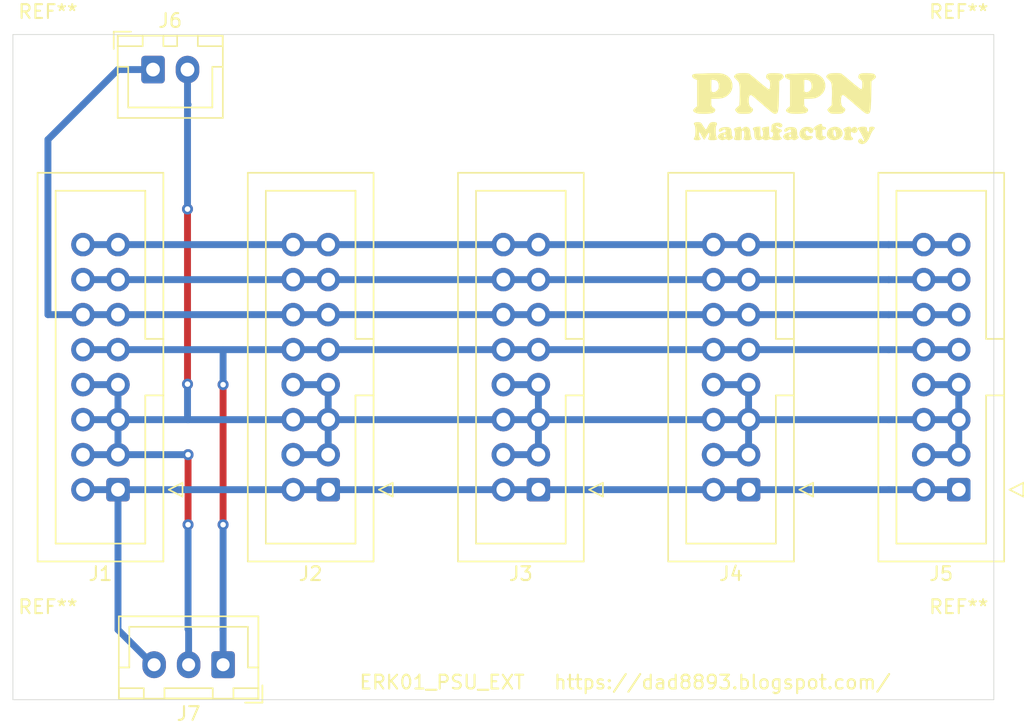
<source format=kicad_pcb>
(kicad_pcb (version 20171130) (host pcbnew "(5.1.6)-1")

  (general
    (thickness 1.6)
    (drawings 19)
    (tracks 114)
    (zones 0)
    (modules 12)
    (nets 7)
  )

  (page A4)
  (title_block
    (title ERK01_PSU_EXT)
    (date 2020-09-07)
    (rev "Ver. 1.0")
    (company "PNPN Manufactory")
  )

  (layers
    (0 F.Cu signal)
    (31 B.Cu signal)
    (32 B.Adhes user)
    (33 F.Adhes user)
    (34 B.Paste user)
    (35 F.Paste user)
    (36 B.SilkS user)
    (37 F.SilkS user)
    (38 B.Mask user)
    (39 F.Mask user)
    (40 Dwgs.User user)
    (41 Cmts.User user)
    (42 Eco1.User user)
    (43 Eco2.User user)
    (44 Edge.Cuts user)
    (45 Margin user)
    (46 B.CrtYd user)
    (47 F.CrtYd user)
    (48 B.Fab user)
    (49 F.Fab user hide)
  )

  (setup
    (last_trace_width 0.5)
    (user_trace_width 0.5)
    (user_trace_width 1)
    (trace_clearance 0.2)
    (zone_clearance 0.508)
    (zone_45_only no)
    (trace_min 0.2)
    (via_size 0.8)
    (via_drill 0.4)
    (via_min_size 0.4)
    (via_min_drill 0.3)
    (uvia_size 0.3)
    (uvia_drill 0.1)
    (uvias_allowed no)
    (uvia_min_size 0.2)
    (uvia_min_drill 0.1)
    (edge_width 0.05)
    (segment_width 0.2)
    (pcb_text_width 0.3)
    (pcb_text_size 1.5 1.5)
    (mod_edge_width 0.12)
    (mod_text_size 1 1)
    (mod_text_width 0.15)
    (pad_size 1.524 1.524)
    (pad_drill 0.762)
    (pad_to_mask_clearance 0.05)
    (aux_axis_origin 0 0)
    (visible_elements 7FFFFFFF)
    (pcbplotparams
      (layerselection 0x010fc_ffffffff)
      (usegerberextensions false)
      (usegerberattributes true)
      (usegerberadvancedattributes true)
      (creategerberjobfile true)
      (excludeedgelayer true)
      (linewidth 0.100000)
      (plotframeref false)
      (viasonmask false)
      (mode 1)
      (useauxorigin false)
      (hpglpennumber 1)
      (hpglpenspeed 20)
      (hpglpendiameter 15.000000)
      (psnegative false)
      (psa4output false)
      (plotreference true)
      (plotvalue true)
      (plotinvisibletext false)
      (padsonsilk false)
      (subtractmaskfromsilk false)
      (outputformat 1)
      (mirror false)
      (drillshape 1)
      (scaleselection 1)
      (outputdirectory ""))
  )

  (net 0 "")
  (net 1 /Gate)
  (net 2 /CV)
  (net 3 /+5V)
  (net 4 /+12V)
  (net 5 GND)
  (net 6 /-12V)

  (net_class Default "This is the default net class."
    (clearance 0.2)
    (trace_width 0.25)
    (via_dia 0.8)
    (via_drill 0.4)
    (uvia_dia 0.3)
    (uvia_drill 0.1)
    (add_net /+12V)
    (add_net /+5V)
    (add_net /-12V)
    (add_net /CV)
    (add_net /Gate)
    (add_net GND)
  )

  (module Connector_IDC:IDC-Header_2x08_P2.54mm_Vertical (layer F.Cu) (tedit 5EAC9A07) (tstamp 5F58A51E)
    (at 195.58 111.76 180)
    (descr "Through hole IDC box header, 2x08, 2.54mm pitch, DIN 41651 / IEC 60603-13, double rows, https://docs.google.com/spreadsheets/d/16SsEcesNF15N3Lb4niX7dcUr-NY5_MFPQhobNuNppn4/edit#gid=0")
    (tags "Through hole vertical IDC box header THT 2x08 2.54mm double row")
    (path /5F5BF723)
    (fp_text reference J5 (at 1.27 -6.1) (layer F.SilkS)
      (effects (font (size 1 1) (thickness 0.15)))
    )
    (fp_text value Conn_02x08_Odd_Even (at 1.27 23.88) (layer F.Fab)
      (effects (font (size 1 1) (thickness 0.15)))
    )
    (fp_text user %R (at 1.27 8.89 90) (layer F.Fab)
      (effects (font (size 1 1) (thickness 0.15)))
    )
    (fp_line (start -3.18 -4.1) (end -2.18 -5.1) (layer F.Fab) (width 0.1))
    (fp_line (start -2.18 -5.1) (end 5.72 -5.1) (layer F.Fab) (width 0.1))
    (fp_line (start 5.72 -5.1) (end 5.72 22.88) (layer F.Fab) (width 0.1))
    (fp_line (start 5.72 22.88) (end -3.18 22.88) (layer F.Fab) (width 0.1))
    (fp_line (start -3.18 22.88) (end -3.18 -4.1) (layer F.Fab) (width 0.1))
    (fp_line (start -3.18 6.84) (end -1.98 6.84) (layer F.Fab) (width 0.1))
    (fp_line (start -1.98 6.84) (end -1.98 -3.91) (layer F.Fab) (width 0.1))
    (fp_line (start -1.98 -3.91) (end 4.52 -3.91) (layer F.Fab) (width 0.1))
    (fp_line (start 4.52 -3.91) (end 4.52 21.69) (layer F.Fab) (width 0.1))
    (fp_line (start 4.52 21.69) (end -1.98 21.69) (layer F.Fab) (width 0.1))
    (fp_line (start -1.98 21.69) (end -1.98 10.94) (layer F.Fab) (width 0.1))
    (fp_line (start -1.98 10.94) (end -1.98 10.94) (layer F.Fab) (width 0.1))
    (fp_line (start -1.98 10.94) (end -3.18 10.94) (layer F.Fab) (width 0.1))
    (fp_line (start -3.29 -5.21) (end 5.83 -5.21) (layer F.SilkS) (width 0.12))
    (fp_line (start 5.83 -5.21) (end 5.83 22.99) (layer F.SilkS) (width 0.12))
    (fp_line (start 5.83 22.99) (end -3.29 22.99) (layer F.SilkS) (width 0.12))
    (fp_line (start -3.29 22.99) (end -3.29 -5.21) (layer F.SilkS) (width 0.12))
    (fp_line (start -3.29 6.84) (end -1.98 6.84) (layer F.SilkS) (width 0.12))
    (fp_line (start -1.98 6.84) (end -1.98 -3.91) (layer F.SilkS) (width 0.12))
    (fp_line (start -1.98 -3.91) (end 4.52 -3.91) (layer F.SilkS) (width 0.12))
    (fp_line (start 4.52 -3.91) (end 4.52 21.69) (layer F.SilkS) (width 0.12))
    (fp_line (start 4.52 21.69) (end -1.98 21.69) (layer F.SilkS) (width 0.12))
    (fp_line (start -1.98 21.69) (end -1.98 10.94) (layer F.SilkS) (width 0.12))
    (fp_line (start -1.98 10.94) (end -1.98 10.94) (layer F.SilkS) (width 0.12))
    (fp_line (start -1.98 10.94) (end -3.29 10.94) (layer F.SilkS) (width 0.12))
    (fp_line (start -3.68 0) (end -4.68 -0.5) (layer F.SilkS) (width 0.12))
    (fp_line (start -4.68 -0.5) (end -4.68 0.5) (layer F.SilkS) (width 0.12))
    (fp_line (start -4.68 0.5) (end -3.68 0) (layer F.SilkS) (width 0.12))
    (fp_line (start -3.68 -5.6) (end -3.68 23.38) (layer F.CrtYd) (width 0.05))
    (fp_line (start -3.68 23.38) (end 6.22 23.38) (layer F.CrtYd) (width 0.05))
    (fp_line (start 6.22 23.38) (end 6.22 -5.6) (layer F.CrtYd) (width 0.05))
    (fp_line (start 6.22 -5.6) (end -3.68 -5.6) (layer F.CrtYd) (width 0.05))
    (pad 16 thru_hole circle (at 2.54 17.78 180) (size 1.7 1.7) (drill 1) (layers *.Cu *.Mask)
      (net 1 /Gate))
    (pad 14 thru_hole circle (at 2.54 15.24 180) (size 1.7 1.7) (drill 1) (layers *.Cu *.Mask)
      (net 2 /CV))
    (pad 12 thru_hole circle (at 2.54 12.7 180) (size 1.7 1.7) (drill 1) (layers *.Cu *.Mask)
      (net 3 /+5V))
    (pad 10 thru_hole circle (at 2.54 10.16 180) (size 1.7 1.7) (drill 1) (layers *.Cu *.Mask)
      (net 4 /+12V))
    (pad 8 thru_hole circle (at 2.54 7.62 180) (size 1.7 1.7) (drill 1) (layers *.Cu *.Mask)
      (net 5 GND))
    (pad 6 thru_hole circle (at 2.54 5.08 180) (size 1.7 1.7) (drill 1) (layers *.Cu *.Mask)
      (net 5 GND))
    (pad 4 thru_hole circle (at 2.54 2.54 180) (size 1.7 1.7) (drill 1) (layers *.Cu *.Mask)
      (net 5 GND))
    (pad 2 thru_hole circle (at 2.54 0 180) (size 1.7 1.7) (drill 1) (layers *.Cu *.Mask)
      (net 6 /-12V))
    (pad 15 thru_hole circle (at 0 17.78 180) (size 1.7 1.7) (drill 1) (layers *.Cu *.Mask)
      (net 1 /Gate))
    (pad 13 thru_hole circle (at 0 15.24 180) (size 1.7 1.7) (drill 1) (layers *.Cu *.Mask)
      (net 2 /CV))
    (pad 11 thru_hole circle (at 0 12.7 180) (size 1.7 1.7) (drill 1) (layers *.Cu *.Mask)
      (net 3 /+5V))
    (pad 9 thru_hole circle (at 0 10.16 180) (size 1.7 1.7) (drill 1) (layers *.Cu *.Mask)
      (net 4 /+12V))
    (pad 7 thru_hole circle (at 0 7.62 180) (size 1.7 1.7) (drill 1) (layers *.Cu *.Mask)
      (net 5 GND))
    (pad 5 thru_hole circle (at 0 5.08 180) (size 1.7 1.7) (drill 1) (layers *.Cu *.Mask)
      (net 5 GND))
    (pad 3 thru_hole circle (at 0 2.54 180) (size 1.7 1.7) (drill 1) (layers *.Cu *.Mask)
      (net 5 GND))
    (pad 1 thru_hole roundrect (at 0 0 180) (size 1.7 1.7) (drill 1) (layers *.Cu *.Mask) (roundrect_rratio 0.147059)
      (net 6 /-12V))
    (model ${KISYS3DMOD}/Connector_IDC.3dshapes/IDC-Header_2x08_P2.54mm_Vertical.wrl
      (at (xyz 0 0 0))
      (scale (xyz 1 1 1))
      (rotate (xyz 0 0 0))
    )
  )

  (module myfootprint:Silk_PNPN_Manufactory_600dpi (layer F.Cu) (tedit 5F22FC8E) (tstamp 5F58ABF7)
    (at 182.88 83.82)
    (fp_text reference G*** (at -3.81 -3.81) (layer F.Fab) hide
      (effects (font (size 1.524 1.524) (thickness 0.3)))
    )
    (fp_text value LOGO (at 2.54 -3.81) (layer F.Fab) hide
      (effects (font (size 1.524 1.524) (thickness 0.3)))
    )
    (fp_poly (pts (xy 3.945975 -2.281621) (xy 4.09399 -2.269093) (xy 4.184912 -2.246901) (xy 4.186458 -2.246098)
      (xy 4.240547 -2.207284) (xy 4.347813 -2.122362) (xy 4.4972 -2.000379) (xy 4.677649 -1.85038)
      (xy 4.878099 -1.681411) (xy 4.912595 -1.652109) (xy 5.113768 -1.484241) (xy 5.296208 -1.338041)
      (xy 5.449181 -1.221625) (xy 5.561956 -1.143109) (xy 5.623799 -1.11061) (xy 5.629003 -1.110325)
      (xy 5.671936 -1.147656) (xy 5.69759 -1.248037) (xy 5.706918 -1.352801) (xy 5.709923 -1.551994)
      (xy 5.68774 -1.687528) (xy 5.63404 -1.778284) (xy 5.542549 -1.843112) (xy 5.453323 -1.903737)
      (xy 5.424421 -1.979531) (xy 5.426746 -2.044) (xy 5.451397 -2.143161) (xy 5.510516 -2.212061)
      (xy 5.615683 -2.254818) (xy 5.778478 -2.275552) (xy 6.010482 -2.278382) (xy 6.081086 -2.276762)
      (xy 6.288509 -2.26824) (xy 6.429491 -2.254207) (xy 6.522229 -2.231417) (xy 6.584918 -2.196621)
      (xy 6.599669 -2.184189) (xy 6.66585 -2.098752) (xy 6.688667 -2.027108) (xy 6.682713 -1.976534)
      (xy 6.654377 -1.929752) (xy 6.587948 -1.868558) (xy 6.477 -1.781828) (xy 6.371167 -1.701019)
      (xy 6.349122 -0.649426) (xy 6.340281 -0.282457) (xy 6.329626 0.008711) (xy 6.315307 0.232946)
      (xy 6.295475 0.399113) (xy 6.268283 0.516079) (xy 6.23188 0.592711) (xy 6.184419 0.637874)
      (xy 6.12405 0.660435) (xy 6.074539 0.667404) (xy 6.026327 0.664652) (xy 5.968215 0.643976)
      (xy 5.891544 0.599027) (xy 5.787655 0.523456) (xy 5.647887 0.410913) (xy 5.463583 0.255049)
      (xy 5.226082 0.049514) (xy 5.195347 0.022737) (xy 4.97885 -0.164928) (xy 4.780251 -0.335108)
      (xy 4.609504 -0.479431) (xy 4.476562 -0.589525) (xy 4.391381 -0.657019) (xy 4.367566 -0.673463)
      (xy 4.276807 -0.695025) (xy 4.212767 -0.644598) (xy 4.172536 -0.518239) (xy 4.157431 -0.38885)
      (xy 4.158046 -0.17296) (xy 4.189951 0.006802) (xy 4.248631 0.134384) (xy 4.320661 0.191344)
      (xy 4.406453 0.248557) (xy 4.449364 0.304487) (xy 4.471628 0.384086) (xy 4.437553 0.467958)
      (xy 4.413753 0.501695) (xy 4.323325 0.589643) (xy 4.229517 0.640356) (xy 4.130324 0.654927)
      (xy 3.976341 0.663829) (xy 3.797274 0.666791) (xy 3.622828 0.663542) (xy 3.482708 0.65381)
      (xy 3.440427 0.647568) (xy 3.35485 0.604327) (xy 3.263466 0.522466) (xy 3.194684 0.43136)
      (xy 3.175 0.373133) (xy 3.20383 0.324257) (xy 3.277286 0.242962) (xy 3.329933 0.192413)
      (xy 3.484866 0.050476) (xy 3.504712 -0.499131) (xy 3.510023 -0.739017) (xy 3.509577 -0.978959)
      (xy 3.503753 -1.190165) (xy 3.493733 -1.336572) (xy 3.472591 -1.496394) (xy 3.441207 -1.604329)
      (xy 3.384467 -1.693016) (xy 3.287259 -1.795093) (xy 3.276621 -1.805457) (xy 3.17866 -1.904506)
      (xy 3.111183 -1.980074) (xy 3.090334 -2.012037) (xy 3.127267 -2.107568) (xy 3.221017 -2.19584)
      (xy 3.307424 -2.239214) (xy 3.421591 -2.263283) (xy 3.583553 -2.278511) (xy 3.767089 -2.284692)
      (xy 3.945975 -2.281621)) (layer F.SilkS) (width 0.01))
    (fp_poly (pts (xy 1.975047 -2.274086) (xy 2.117389 -2.26682) (xy 2.228608 -2.253497) (xy 2.322066 -2.233614)
      (xy 2.364001 -2.221756) (xy 2.614226 -2.108197) (xy 2.806558 -1.944821) (xy 2.939623 -1.744837)
      (xy 3.012049 -1.521459) (xy 3.022461 -1.287899) (xy 2.969488 -1.057368) (xy 2.851754 -0.843079)
      (xy 2.667888 -0.658242) (xy 2.535437 -0.572476) (xy 2.413758 -0.511578) (xy 2.300242 -0.472362)
      (xy 2.167723 -0.448815) (xy 1.989036 -0.434921) (xy 1.894417 -0.430548) (xy 1.481667 -0.413486)
      (xy 1.481667 -0.189039) (xy 1.487843 -0.013288) (xy 1.512645 0.10093) (xy 1.565479 0.176245)
      (xy 1.655755 0.235286) (xy 1.658708 0.236819) (xy 1.75371 0.320997) (xy 1.774481 0.423323)
      (xy 1.722617 0.524267) (xy 1.629834 0.590936) (xy 1.511178 0.625751) (xy 1.332551 0.65064)
      (xy 1.118122 0.665091) (xy 0.892062 0.668586) (xy 0.678541 0.660612) (xy 0.501728 0.640653)
      (xy 0.406399 0.617013) (xy 0.250819 0.541679) (xy 0.179061 0.459733) (xy 0.190341 0.367817)
      (xy 0.283877 0.262573) (xy 0.3175 0.235703) (xy 0.465667 0.122691) (xy 0.465667 -1.166072)
      (xy 1.488034 -1.166072) (xy 1.495666 -1.025861) (xy 1.514564 -0.947579) (xy 1.532965 -0.924897)
      (xy 1.660679 -0.890433) (xy 1.80087 -0.930985) (xy 1.908257 -1.012744) (xy 1.986703 -1.106751)
      (xy 2.023145 -1.206386) (xy 2.032 -1.34905) (xy 2.003695 -1.554703) (xy 1.919603 -1.697943)
      (xy 1.780961 -1.77725) (xy 1.670048 -1.793588) (xy 1.502834 -1.799167) (xy 1.490632 -1.379332)
      (xy 1.488034 -1.166072) (xy 0.465667 -1.166072) (xy 0.465667 -1.78232) (xy 0.324714 -1.841214)
      (xy 0.171979 -1.927682) (xy 0.102019 -2.025595) (xy 0.105158 -2.114537) (xy 0.11978 -2.1511)
      (xy 0.1443 -2.179733) (xy 0.18871 -2.201772) (xy 0.263002 -2.218551) (xy 0.377169 -2.231407)
      (xy 0.541201 -2.241675) (xy 0.765092 -2.250691) (xy 1.058834 -2.259791) (xy 1.227667 -2.264583)
      (xy 1.543548 -2.272464) (xy 1.788221 -2.2758) (xy 1.975047 -2.274086)) (layer F.SilkS) (width 0.01))
    (fp_poly (pts (xy -2.742692 -2.281621) (xy -2.594677 -2.269093) (xy -2.503755 -2.246901) (xy -2.502208 -2.246098)
      (xy -2.44812 -2.207284) (xy -2.340853 -2.122362) (xy -2.191466 -2.000379) (xy -2.011018 -1.85038)
      (xy -1.810567 -1.681411) (xy -1.776071 -1.652109) (xy -1.574898 -1.484241) (xy -1.392459 -1.338041)
      (xy -1.239486 -1.221625) (xy -1.126711 -1.143109) (xy -1.064867 -1.11061) (xy -1.059663 -1.110325)
      (xy -1.016731 -1.147656) (xy -0.991076 -1.248037) (xy -0.981749 -1.352801) (xy -0.978743 -1.551994)
      (xy -1.000926 -1.687528) (xy -1.054627 -1.778284) (xy -1.146118 -1.843112) (xy -1.235343 -1.903737)
      (xy -1.264246 -1.979531) (xy -1.261921 -2.044) (xy -1.23727 -2.143161) (xy -1.178151 -2.212061)
      (xy -1.072984 -2.254818) (xy -0.910189 -2.275552) (xy -0.678184 -2.278382) (xy -0.607581 -2.276762)
      (xy -0.400158 -2.26824) (xy -0.259176 -2.254207) (xy -0.166438 -2.231417) (xy -0.103749 -2.196621)
      (xy -0.088997 -2.184189) (xy -0.022816 -2.098752) (xy 0 -2.027108) (xy -0.005954 -1.976534)
      (xy -0.03429 -1.929752) (xy -0.100718 -1.868558) (xy -0.211666 -1.781828) (xy -0.3175 -1.701019)
      (xy -0.339545 -0.649426) (xy -0.348386 -0.282457) (xy -0.359041 0.008711) (xy -0.37336 0.232946)
      (xy -0.393191 0.399113) (xy -0.420384 0.516079) (xy -0.456786 0.592711) (xy -0.504248 0.637874)
      (xy -0.564617 0.660435) (xy -0.614128 0.667404) (xy -0.66234 0.664652) (xy -0.720451 0.643976)
      (xy -0.797122 0.599027) (xy -0.901012 0.523456) (xy -1.040779 0.410913) (xy -1.225084 0.255049)
      (xy -1.462585 0.049514) (xy -1.49332 0.022737) (xy -1.709817 -0.164928) (xy -1.908416 -0.335108)
      (xy -2.079163 -0.479431) (xy -2.212104 -0.589525) (xy -2.297286 -0.657019) (xy -2.321101 -0.673463)
      (xy -2.41186 -0.695025) (xy -2.4759 -0.644598) (xy -2.516131 -0.518239) (xy -2.531235 -0.38885)
      (xy -2.530621 -0.17296) (xy -2.498715 0.006802) (xy -2.440036 0.134384) (xy -2.368006 0.191344)
      (xy -2.282214 0.248557) (xy -2.239303 0.304487) (xy -2.217038 0.384086) (xy -2.251113 0.467958)
      (xy -2.274914 0.501695) (xy -2.365342 0.589643) (xy -2.459149 0.640356) (xy -2.558343 0.654927)
      (xy -2.712326 0.663829) (xy -2.891393 0.666791) (xy -3.065839 0.663542) (xy -3.205959 0.65381)
      (xy -3.24824 0.647568) (xy -3.333816 0.604327) (xy -3.425201 0.522466) (xy -3.493983 0.43136)
      (xy -3.513666 0.373133) (xy -3.484836 0.324257) (xy -3.41138 0.242962) (xy -3.358734 0.192413)
      (xy -3.203801 0.050476) (xy -3.183955 -0.499131) (xy -3.178644 -0.739017) (xy -3.179089 -0.978959)
      (xy -3.184913 -1.190165) (xy -3.194933 -1.336572) (xy -3.216076 -1.496394) (xy -3.24746 -1.604329)
      (xy -3.304199 -1.693016) (xy -3.401407 -1.795093) (xy -3.412045 -1.805457) (xy -3.510007 -1.904506)
      (xy -3.577484 -1.980074) (xy -3.598333 -2.012037) (xy -3.5614 -2.107568) (xy -3.46765 -2.19584)
      (xy -3.381243 -2.239214) (xy -3.267075 -2.263283) (xy -3.105113 -2.278511) (xy -2.921578 -2.284692)
      (xy -2.742692 -2.281621)) (layer F.SilkS) (width 0.01))
    (fp_poly (pts (xy -4.755953 -2.274086) (xy -4.613611 -2.26682) (xy -4.502392 -2.253497) (xy -4.408934 -2.233614)
      (xy -4.366999 -2.221756) (xy -4.116774 -2.108197) (xy -3.924442 -1.944821) (xy -3.791377 -1.744837)
      (xy -3.718951 -1.521459) (xy -3.708539 -1.287899) (xy -3.761512 -1.057368) (xy -3.879246 -0.843079)
      (xy -4.063112 -0.658242) (xy -4.195563 -0.572476) (xy -4.317242 -0.511578) (xy -4.430758 -0.472362)
      (xy -4.563277 -0.448815) (xy -4.741964 -0.434921) (xy -4.836583 -0.430548) (xy -5.249333 -0.413486)
      (xy -5.249333 -0.189039) (xy -5.243157 -0.013288) (xy -5.218355 0.10093) (xy -5.165521 0.176245)
      (xy -5.075245 0.235286) (xy -5.072292 0.236819) (xy -4.97729 0.320997) (xy -4.956519 0.423323)
      (xy -5.008383 0.524267) (xy -5.101166 0.590936) (xy -5.219822 0.625751) (xy -5.398449 0.65064)
      (xy -5.612878 0.665091) (xy -5.838938 0.668586) (xy -6.052459 0.660612) (xy -6.229272 0.640653)
      (xy -6.324601 0.617013) (xy -6.480181 0.541679) (xy -6.551939 0.459733) (xy -6.540659 0.367817)
      (xy -6.447123 0.262573) (xy -6.4135 0.235703) (xy -6.265333 0.122691) (xy -6.265333 -1.166072)
      (xy -5.242966 -1.166072) (xy -5.235334 -1.025861) (xy -5.216436 -0.947579) (xy -5.198035 -0.924897)
      (xy -5.070321 -0.890433) (xy -4.93013 -0.930985) (xy -4.822743 -1.012744) (xy -4.744297 -1.106751)
      (xy -4.707855 -1.206386) (xy -4.699 -1.34905) (xy -4.727305 -1.554703) (xy -4.811397 -1.697943)
      (xy -4.950039 -1.77725) (xy -5.060952 -1.793588) (xy -5.228166 -1.799167) (xy -5.240368 -1.379332)
      (xy -5.242966 -1.166072) (xy -6.265333 -1.166072) (xy -6.265333 -1.78232) (xy -6.406286 -1.841214)
      (xy -6.559021 -1.927682) (xy -6.628981 -2.025595) (xy -6.625842 -2.114537) (xy -6.61122 -2.1511)
      (xy -6.5867 -2.179733) (xy -6.54229 -2.201772) (xy -6.467998 -2.218551) (xy -6.353831 -2.231407)
      (xy -6.189799 -2.241675) (xy -5.965908 -2.250691) (xy -5.672166 -2.259791) (xy -5.503333 -2.264583)
      (xy -5.187452 -2.272464) (xy -4.942779 -2.2758) (xy -4.755953 -2.274086)) (layer F.SilkS) (width 0.01))
    (fp_poly (pts (xy 4.860904 1.661134) (xy 4.868334 1.700712) (xy 4.868334 1.792758) (xy 4.966312 1.700712)
      (xy 5.092373 1.622022) (xy 5.210399 1.623484) (xy 5.309909 1.704636) (xy 5.317863 1.716234)
      (xy 5.363613 1.815186) (xy 5.349655 1.907615) (xy 5.341445 1.926733) (xy 5.26055 2.022054)
      (xy 5.147965 2.062504) (xy 5.034741 2.039967) (xy 5.000776 2.015758) (xy 4.930167 1.971411)
      (xy 4.888001 1.997886) (xy 4.869856 2.100148) (xy 4.868334 2.164566) (xy 4.884572 2.291694)
      (xy 4.939705 2.362803) (xy 4.953 2.370667) (xy 5.024633 2.437568) (xy 5.02796 2.509119)
      (xy 4.970704 2.556637) (xy 4.86343 2.57865) (xy 4.720174 2.584777) (xy 4.570103 2.57674)
      (xy 4.44238 2.556263) (xy 4.366173 2.525071) (xy 4.361843 2.520652) (xy 4.334323 2.457352)
      (xy 4.366638 2.379538) (xy 4.377826 2.363066) (xy 4.427299 2.246422) (xy 4.444118 2.106524)
      (xy 4.428473 1.976316) (xy 4.380558 1.88874) (xy 4.375033 1.884339) (xy 4.330369 1.818504)
      (xy 4.369156 1.748945) (xy 4.49035 1.677312) (xy 4.512308 1.667847) (xy 4.67934 1.614946)
      (xy 4.798384 1.612971) (xy 4.860904 1.661134)) (layer F.SilkS) (width 0.01))
    (fp_poly (pts (xy 3.875109 1.623637) (xy 4.049811 1.69557) (xy 4.183342 1.819352) (xy 4.2614 1.987227)
      (xy 4.275667 2.108855) (xy 4.23718 2.266921) (xy 4.133704 2.400439) (xy 3.98321 2.501756)
      (xy 3.803674 2.563218) (xy 3.613069 2.577173) (xy 3.429368 2.535966) (xy 3.357619 2.499774)
      (xy 3.213917 2.379557) (xy 3.14666 2.233472) (xy 3.14549 2.064945) (xy 3.18246 1.947986)
      (xy 3.599383 1.947986) (xy 3.600714 2.067349) (xy 3.623955 2.187999) (xy 3.66473 2.277289)
      (xy 3.732587 2.3439) (xy 3.781803 2.330251) (xy 3.807446 2.239631) (xy 3.81 2.180424)
      (xy 3.794153 2.022497) (xy 3.75227 1.898245) (xy 3.692839 1.828444) (xy 3.662881 1.820333)
      (xy 3.620069 1.856714) (xy 3.599383 1.947986) (xy 3.18246 1.947986) (xy 3.205088 1.876402)
      (xy 3.330271 1.737745) (xy 3.45939 1.666324) (xy 3.673535 1.611304) (xy 3.875109 1.623637)) (layer F.SilkS) (width 0.01))
    (fp_poly (pts (xy 2.771129 1.421649) (xy 2.794 1.500151) (xy 2.809111 1.574147) (xy 2.870793 1.607858)
      (xy 2.931584 1.616568) (xy 3.031232 1.639803) (xy 3.067598 1.692408) (xy 3.069167 1.7145)
      (xy 3.047417 1.777533) (xy 2.968693 1.80769) (xy 2.929555 1.812583) (xy 2.789944 1.826)
      (xy 2.802555 2.066583) (xy 2.811999 2.202482) (xy 2.829701 2.274238) (xy 2.867205 2.302312)
      (xy 2.936054 2.307166) (xy 2.938288 2.307167) (xy 3.044024 2.325488) (xy 3.074145 2.374196)
      (xy 3.027779 2.443902) (xy 2.955856 2.496242) (xy 2.772638 2.570958) (xy 2.600266 2.571343)
      (xy 2.453323 2.497895) (xy 2.432243 2.478424) (xy 2.374053 2.407824) (xy 2.342468 2.325522)
      (xy 2.329901 2.203703) (xy 2.328334 2.097424) (xy 2.32573 1.947879) (xy 2.314122 1.864285)
      (xy 2.287809 1.82799) (xy 2.243667 1.820333) (xy 2.167888 1.799938) (xy 2.15914 1.745603)
      (xy 2.212247 1.667607) (xy 2.322037 1.576227) (xy 2.387866 1.53389) (xy 2.571155 1.43673)
      (xy 2.697881 1.399402) (xy 2.771129 1.421649)) (layer F.SilkS) (width 0.01))
    (fp_poly (pts (xy 1.829745 1.624475) (xy 1.992069 1.672766) (xy 2.103619 1.756862) (xy 2.137179 1.81827)
      (xy 2.142123 1.93351) (xy 2.091786 2.019956) (xy 2.008605 2.067382) (xy 1.915015 2.065567)
      (xy 1.833453 2.004286) (xy 1.811748 1.966562) (xy 1.74446 1.88265) (xy 1.675072 1.871312)
      (xy 1.59968 1.917207) (xy 1.573247 2.011054) (xy 1.599155 2.129454) (xy 1.629633 2.185802)
      (xy 1.684992 2.251726) (xy 1.755966 2.279469) (xy 1.874236 2.280056) (xy 1.896303 2.278604)
      (xy 2.040329 2.28547) (xy 2.110343 2.325839) (xy 2.103154 2.391595) (xy 2.015569 2.474621)
      (xy 1.981969 2.496375) (xy 1.800327 2.564497) (xy 1.596889 2.575303) (xy 1.409742 2.527532)
      (xy 1.386949 2.516065) (xy 1.242179 2.39515) (xy 1.163419 2.237047) (xy 1.153405 2.060825)
      (xy 1.214874 1.885554) (xy 1.283209 1.793095) (xy 1.390629 1.692839) (xy 1.500117 1.641541)
      (xy 1.636032 1.619671) (xy 1.829745 1.624475)) (layer F.SilkS) (width 0.01))
    (fp_poly (pts (xy 0.753532 1.64726) (xy 0.877227 1.706783) (xy 0.946639 1.82001) (xy 0.972663 1.998281)
      (xy 0.973667 2.055753) (xy 0.981996 2.204702) (xy 1.010761 2.290955) (xy 1.04775 2.326109)
      (xy 1.089908 2.360625) (xy 1.080114 2.400569) (xy 1.011587 2.468747) (xy 1.003056 2.476379)
      (xy 0.870847 2.559596) (xy 0.743893 2.579019) (xy 0.644615 2.532681) (xy 0.584341 2.504218)
      (xy 0.492811 2.529613) (xy 0.48599 2.532681) (xy 0.306296 2.579372) (xy 0.150472 2.544855)
      (xy 0.061576 2.478424) (xy -0.018259 2.385837) (xy -0.03349 2.312023) (xy -0.01763 2.283873)
      (xy 0.389863 2.283873) (xy 0.433042 2.352141) (xy 0.485505 2.370667) (xy 0.537952 2.334008)
      (xy 0.550334 2.264833) (xy 0.524429 2.183263) (xy 0.466105 2.156972) (xy 0.404444 2.197925)
      (xy 0.400914 2.20336) (xy 0.389863 2.283873) (xy -0.01763 2.283873) (xy 0.015126 2.225736)
      (xy 0.054314 2.178363) (xy 0.160177 2.092995) (xy 0.308162 2.049142) (xy 0.350647 2.043496)
      (xy 0.472582 2.024619) (xy 0.531671 1.995169) (xy 0.549684 1.941612) (xy 0.550334 1.919332)
      (xy 0.525281 1.822731) (xy 0.457947 1.792968) (xy 0.360065 1.831682) (xy 0.296334 1.883833)
      (xy 0.189514 1.959761) (xy 0.103738 1.97363) (xy 0.054117 1.927351) (xy 0.049948 1.852669)
      (xy 0.104694 1.754195) (xy 0.229877 1.681235) (xy 0.413772 1.63886) (xy 0.564657 1.630101)
      (xy 0.753532 1.64726)) (layer F.SilkS) (width 0.01))
    (fp_poly (pts (xy -0.326551 1.325609) (xy -0.187995 1.370284) (xy -0.10677 1.44915) (xy -0.092656 1.537259)
      (xy -0.138199 1.617129) (xy -0.23124 1.643114) (xy -0.351576 1.612171) (xy -0.401837 1.583823)
      (xy -0.501968 1.538691) (xy -0.555768 1.554835) (xy -0.556476 1.604116) (xy -0.49958 1.667978)
      (xy -0.40637 1.730262) (xy -0.29813 1.77481) (xy -0.253445 1.784325) (xy -0.167288 1.823419)
      (xy -0.129921 1.890923) (xy -0.145871 1.958288) (xy -0.219664 1.996966) (xy -0.219735 1.996976)
      (xy -0.287855 2.021983) (xy -0.311316 2.087879) (xy -0.311224 2.148726) (xy -0.266698 2.298167)
      (xy -0.205391 2.370948) (xy -0.139403 2.432378) (xy -0.135141 2.471437) (xy -0.188008 2.518805)
      (xy -0.286153 2.557864) (xy -0.434741 2.578746) (xy -0.601455 2.581161) (xy -0.753982 2.564815)
      (xy -0.860006 2.529417) (xy -0.866654 2.52493) (xy -0.938695 2.489559) (xy -1.016807 2.506174)
      (xy -1.054662 2.524669) (xy -1.181525 2.568791) (xy -1.31185 2.580802) (xy -1.417175 2.561211)
      (xy -1.466941 2.517314) (xy -1.493176 2.475885) (xy -1.539786 2.485773) (xy -1.591123 2.517314)
      (xy -1.738659 2.573997) (xy -1.892888 2.570381) (xy -2.021041 2.507927) (xy -2.032 2.497667)
      (xy -2.084101 2.422476) (xy -2.110104 2.314128) (xy -2.116666 2.162024) (xy -2.128408 1.979492)
      (xy -2.165158 1.867745) (xy -2.184278 1.843436) (xy -2.23065 1.761355) (xy -2.199807 1.692679)
      (xy -2.098723 1.641843) (xy -1.934374 1.61328) (xy -1.815041 1.608667) (xy -1.693333 1.608667)
      (xy -1.693333 1.94215) (xy -1.683467 2.155995) (xy -1.654443 2.293098) (xy -1.607124 2.351454)
      (xy -1.542371 2.329056) (xy -1.531459 2.318859) (xy -1.495212 2.235846) (xy -1.482587 2.107185)
      (xy -1.492539 1.968219) (xy -1.524024 1.854295) (xy -1.546234 1.819153) (xy -1.58859 1.758247)
      (xy -1.566865 1.712421) (xy -1.54483 1.693054) (xy -1.465164 1.656841) (xy -1.338092 1.627244)
      (xy -1.268595 1.618098) (xy -1.058333 1.597894) (xy -1.058333 1.95793) (xy -1.050923 2.175375)
      (xy -1.026312 2.316337) (xy -0.980929 2.387893) (xy -0.911203 2.397123) (xy -0.849373 2.372115)
      (xy -0.788101 2.304957) (xy -0.757703 2.204578) (xy -0.758381 2.099566) (xy -0.790336 2.018509)
      (xy -0.846666 1.989667) (xy -0.917419 1.959732) (xy -0.931333 1.905) (xy -0.913398 1.836213)
      (xy -0.8885 1.820333) (xy -0.86516 1.782791) (xy -0.868037 1.682242) (xy -0.871143 1.661009)
      (xy -0.866873 1.514123) (xy -0.796613 1.410686) (xy -0.655758 1.346386) (xy -0.509117 1.322007)
      (xy -0.326551 1.325609)) (layer F.SilkS) (width 0.01))
    (fp_poly (pts (xy -2.58197 1.64605) (xy -2.477292 1.751426) (xy -2.420771 1.914635) (xy -2.413 2.017902)
      (xy -2.398155 2.174612) (xy -2.361483 2.324994) (xy -2.351774 2.350587) (xy -2.315533 2.449135)
      (xy -2.318829 2.501218) (xy -2.364566 2.536705) (xy -2.370157 2.539727) (xy -2.470887 2.568257)
      (xy -2.610741 2.580159) (xy -2.75204 2.575057) (xy -2.857102 2.552577) (xy -2.872454 2.544735)
      (xy -2.907776 2.496441) (xy -2.883037 2.421167) (xy -2.848488 2.309008) (xy -2.837027 2.167812)
      (xy -2.847704 2.030337) (xy -2.879568 1.929341) (xy -2.897979 1.906539) (xy -2.971995 1.870771)
      (xy -3.019765 1.910166) (xy -3.042379 2.026908) (xy -3.042333 2.195462) (xy -3.040447 2.347363)
      (xy -3.048106 2.468521) (xy -3.062416 2.529417) (xy -3.12301 2.561104) (xy -3.235358 2.578086)
      (xy -3.367713 2.57964) (xy -3.488326 2.565044) (xy -3.556 2.540643) (xy -3.596697 2.495876)
      (xy -3.575896 2.430376) (xy -3.566583 2.414866) (xy -3.52936 2.308463) (xy -3.514291 2.167115)
      (xy -3.520735 2.022779) (xy -3.548047 1.907406) (xy -3.577689 1.862233) (xy -3.615397 1.796989)
      (xy -3.570628 1.734928) (xy -3.445565 1.678187) (xy -3.36664 1.655703) (xy -3.219974 1.621555)
      (xy -3.136857 1.61356) (xy -3.099569 1.634131) (xy -3.090388 1.685682) (xy -3.090333 1.693333)
      (xy -3.075329 1.762164) (xy -3.054561 1.778) (xy -3.002306 1.749693) (xy -2.942166 1.693333)
      (xy -2.829356 1.624646) (xy -2.727011 1.608667) (xy -2.58197 1.64605)) (layer F.SilkS) (width 0.01))
    (fp_poly (pts (xy -3.987801 1.64726) (xy -3.864106 1.706783) (xy -3.794694 1.82001) (xy -3.76867 1.998281)
      (xy -3.767666 2.055753) (xy -3.759337 2.204702) (xy -3.730573 2.290955) (xy -3.693583 2.326109)
      (xy -3.651426 2.360625) (xy -3.661219 2.400569) (xy -3.729746 2.468747) (xy -3.738277 2.476379)
      (xy -3.870487 2.559596) (xy -3.99744 2.579019) (xy -4.096718 2.532681) (xy -4.156992 2.504218)
      (xy -4.248522 2.529613) (xy -4.255343 2.532681) (xy -4.435037 2.579372) (xy -4.590861 2.544855)
      (xy -4.679757 2.478424) (xy -4.759592 2.385837) (xy -4.774824 2.312023) (xy -4.758964 2.283873)
      (xy -4.35147 2.283873) (xy -4.308292 2.352141) (xy -4.255828 2.370667) (xy -4.203381 2.334008)
      (xy -4.191 2.264833) (xy -4.216904 2.183263) (xy -4.275228 2.156972) (xy -4.33689 2.197925)
      (xy -4.340419 2.20336) (xy -4.35147 2.283873) (xy -4.758964 2.283873) (xy -4.726208 2.225736)
      (xy -4.68702 2.178363) (xy -4.581156 2.092995) (xy -4.433171 2.049142) (xy -4.390686 2.043496)
      (xy -4.268752 2.024619) (xy -4.209662 1.995169) (xy -4.191649 1.941612) (xy -4.191 1.919332)
      (xy -4.216052 1.822731) (xy -4.283386 1.792968) (xy -4.381269 1.831682) (xy -4.445 1.883833)
      (xy -4.55182 1.959761) (xy -4.637595 1.97363) (xy -4.687217 1.927351) (xy -4.691386 1.852669)
      (xy -4.636639 1.754195) (xy -4.511456 1.681235) (xy -4.327561 1.63886) (xy -4.176676 1.630101)
      (xy -3.987801 1.64726)) (layer F.SilkS) (width 0.01))
    (fp_poly (pts (xy -4.998126 1.276472) (xy -4.902965 1.292379) (xy -4.892962 1.295696) (xy -4.835619 1.354973)
      (xy -4.834818 1.444644) (xy -4.878916 1.517682) (xy -4.909562 1.593082) (xy -4.926529 1.72733)
      (xy -4.930664 1.895861) (xy -4.922811 2.07411) (xy -4.903816 2.237512) (xy -4.874525 2.361503)
      (xy -4.848138 2.411927) (xy -4.801324 2.473754) (xy -4.818663 2.511106) (xy -4.862038 2.536631)
      (xy -4.960943 2.565996) (xy -5.098847 2.579984) (xy -5.24593 2.578967) (xy -5.372373 2.563315)
      (xy -5.448356 2.533397) (xy -5.452316 2.529296) (xy -5.469872 2.458592) (xy -5.436333 2.394205)
      (xy -5.397217 2.308692) (xy -5.378117 2.204303) (xy -5.379584 2.108478) (xy -5.402172 2.04866)
      (xy -5.42925 2.042339) (xy -5.474229 2.087276) (xy -5.538306 2.186813) (xy -5.597854 2.299867)
      (xy -5.664391 2.424736) (xy -5.722855 2.511572) (xy -5.756999 2.54) (xy -5.795617 2.504724)
      (xy -5.856946 2.411742) (xy -5.928439 2.280327) (xy -5.936148 2.264833) (xy -6.00657 2.130642)
      (xy -6.066079 2.032684) (xy -6.102898 1.99014) (xy -6.105086 1.989667) (xy -6.132316 2.025776)
      (xy -6.141709 2.114035) (xy -6.135495 2.224339) (xy -6.115908 2.326585) (xy -6.085179 2.390667)
      (xy -6.074833 2.397691) (xy -6.017534 2.451664) (xy -6.02781 2.519262) (xy -6.078296 2.556637)
      (xy -6.191111 2.580759) (xy -6.319548 2.582283) (xy -6.432505 2.563893) (xy -6.498881 2.528274)
      (xy -6.503607 2.519921) (xy -6.495888 2.44349) (xy -6.459945 2.389897) (xy -6.422156 2.307674)
      (xy -6.398 2.166946) (xy -6.387429 1.992761) (xy -6.390395 1.810169) (xy -6.406851 1.644217)
      (xy -6.43675 1.519955) (xy -6.461676 1.475211) (xy -6.507159 1.389093) (xy -6.476221 1.324114)
      (xy -6.375588 1.285454) (xy -6.211988 1.278294) (xy -6.206394 1.278607) (xy -6.091985 1.288172)
      (xy -6.016008 1.311496) (xy -5.955188 1.365346) (xy -5.886251 1.466487) (xy -5.839912 1.542601)
      (xy -5.758062 1.670424) (xy -5.688307 1.765711) (xy -5.645497 1.80821) (xy -5.645001 1.808388)
      (xy -5.603786 1.78222) (xy -5.548738 1.699498) (xy -5.522438 1.646428) (xy -5.429098 1.46204)
      (xy -5.341094 1.346722) (xy -5.244277 1.287151) (xy -5.124499 1.270002) (xy -5.122723 1.27)
      (xy -4.998126 1.276472)) (layer F.SilkS) (width 0.01))
    (fp_poly (pts (xy 6.555999 1.627306) (xy 6.606377 1.6794) (xy 6.578237 1.75921) (xy 6.522965 1.81769)
      (xy 6.433409 1.929915) (xy 6.341009 2.102738) (xy 6.283903 2.241076) (xy 6.163103 2.503724)
      (xy 6.023185 2.69791) (xy 5.869227 2.819461) (xy 5.706308 2.864205) (xy 5.559018 2.836511)
      (xy 5.464147 2.769362) (xy 5.420464 2.712691) (xy 5.398957 2.635081) (xy 5.439625 2.562358)
      (xy 5.46003 2.54097) (xy 5.550378 2.46911) (xy 5.619702 2.471677) (xy 5.690706 2.550601)
      (xy 5.697726 2.561167) (xy 5.768278 2.645099) (xy 5.820072 2.662194) (xy 5.841886 2.609242)
      (xy 5.842 2.602443) (xy 5.821823 2.525548) (xy 5.768954 2.398913) (xy 5.694886 2.245022)
      (xy 5.61111 2.086356) (xy 5.529121 1.945399) (xy 5.460411 1.844635) (xy 5.445874 1.827505)
      (xy 5.386344 1.756937) (xy 5.38309 1.715568) (xy 5.434366 1.670932) (xy 5.437341 1.668755)
      (xy 5.53103 1.633484) (xy 5.671911 1.61375) (xy 5.824364 1.610958) (xy 5.952767 1.626511)
      (xy 6.00528 1.646363) (xy 6.042527 1.713596) (xy 6.036832 1.764352) (xy 6.036541 1.852279)
      (xy 6.07539 1.932168) (xy 6.134259 1.976156) (xy 6.178047 1.970119) (xy 6.211573 1.90118)
      (xy 6.204639 1.79923) (xy 6.200588 1.693618) (xy 6.246908 1.634493) (xy 6.356703 1.610758)
      (xy 6.429663 1.608667) (xy 6.555999 1.627306)) (layer F.SilkS) (width 0.01))
  )

  (module MountingHole:MountingHole_3.2mm_M3 (layer F.Cu) (tedit 56D1B4CB) (tstamp 5F58AB96)
    (at 195.58 124.46)
    (descr "Mounting Hole 3.2mm, no annular, M3")
    (tags "mounting hole 3.2mm no annular m3")
    (attr virtual)
    (fp_text reference REF** (at 0 -4.2) (layer F.SilkS)
      (effects (font (size 1 1) (thickness 0.15)))
    )
    (fp_text value MountingHole_3.2mm_M3 (at 0 4.2) (layer F.Fab)
      (effects (font (size 1 1) (thickness 0.15)))
    )
    (fp_text user %R (at 0.3 0) (layer F.Fab)
      (effects (font (size 1 1) (thickness 0.15)))
    )
    (fp_circle (center 0 0) (end 3.2 0) (layer Cmts.User) (width 0.15))
    (fp_circle (center 0 0) (end 3.45 0) (layer F.CrtYd) (width 0.05))
    (pad 1 np_thru_hole circle (at 0 0) (size 3.2 3.2) (drill 3.2) (layers *.Cu *.Mask))
  )

  (module MountingHole:MountingHole_3.2mm_M3 (layer F.Cu) (tedit 56D1B4CB) (tstamp 5F58AB79)
    (at 129.54 124.46)
    (descr "Mounting Hole 3.2mm, no annular, M3")
    (tags "mounting hole 3.2mm no annular m3")
    (attr virtual)
    (fp_text reference REF** (at 0 -4.2) (layer F.SilkS)
      (effects (font (size 1 1) (thickness 0.15)))
    )
    (fp_text value MountingHole_3.2mm_M3 (at 0 4.2) (layer F.Fab)
      (effects (font (size 1 1) (thickness 0.15)))
    )
    (fp_text user %R (at 0.3 0) (layer F.Fab)
      (effects (font (size 1 1) (thickness 0.15)))
    )
    (fp_circle (center 0 0) (end 3.2 0) (layer Cmts.User) (width 0.15))
    (fp_circle (center 0 0) (end 3.45 0) (layer F.CrtYd) (width 0.05))
    (pad 1 np_thru_hole circle (at 0 0) (size 3.2 3.2) (drill 3.2) (layers *.Cu *.Mask))
  )

  (module MountingHole:MountingHole_3.2mm_M3 (layer F.Cu) (tedit 56D1B4CB) (tstamp 5F58AB5C)
    (at 195.58 81.28)
    (descr "Mounting Hole 3.2mm, no annular, M3")
    (tags "mounting hole 3.2mm no annular m3")
    (attr virtual)
    (fp_text reference REF** (at 0 -4.2) (layer F.SilkS)
      (effects (font (size 1 1) (thickness 0.15)))
    )
    (fp_text value MountingHole_3.2mm_M3 (at 0 4.2) (layer F.Fab)
      (effects (font (size 1 1) (thickness 0.15)))
    )
    (fp_text user %R (at 0.3 0) (layer F.Fab)
      (effects (font (size 1 1) (thickness 0.15)))
    )
    (fp_circle (center 0 0) (end 3.2 0) (layer Cmts.User) (width 0.15))
    (fp_circle (center 0 0) (end 3.45 0) (layer F.CrtYd) (width 0.05))
    (pad 1 np_thru_hole circle (at 0 0) (size 3.2 3.2) (drill 3.2) (layers *.Cu *.Mask))
  )

  (module MountingHole:MountingHole_3.2mm_M3 (layer F.Cu) (tedit 56D1B4CB) (tstamp 5F58AB3F)
    (at 129.54 81.28)
    (descr "Mounting Hole 3.2mm, no annular, M3")
    (tags "mounting hole 3.2mm no annular m3")
    (attr virtual)
    (fp_text reference REF** (at 0 -4.2) (layer F.SilkS)
      (effects (font (size 1 1) (thickness 0.15)))
    )
    (fp_text value MountingHole_3.2mm_M3 (at 0 4.2) (layer F.Fab)
      (effects (font (size 1 1) (thickness 0.15)))
    )
    (fp_text user %R (at 0.3 0) (layer F.Fab)
      (effects (font (size 1 1) (thickness 0.15)))
    )
    (fp_circle (center 0 0) (end 3.2 0) (layer Cmts.User) (width 0.15))
    (fp_circle (center 0 0) (end 3.45 0) (layer F.CrtYd) (width 0.05))
    (pad 1 np_thru_hole circle (at 0 0) (size 3.2 3.2) (drill 3.2) (layers *.Cu *.Mask))
  )

  (module Connector_JST:JST_XH_B3B-XH-A_1x03_P2.50mm_Vertical (layer F.Cu) (tedit 5C28146C) (tstamp 5F589CFB)
    (at 142.24 124.46 180)
    (descr "JST XH series connector, B3B-XH-A (http://www.jst-mfg.com/product/pdf/eng/eXH.pdf), generated with kicad-footprint-generator")
    (tags "connector JST XH vertical")
    (path /5F669EF6)
    (fp_text reference J7 (at 2.5 -3.55) (layer F.SilkS)
      (effects (font (size 1 1) (thickness 0.15)))
    )
    (fp_text value Conn_01x03 (at 2.5 4.6) (layer F.Fab)
      (effects (font (size 1 1) (thickness 0.15)))
    )
    (fp_text user %R (at 2.5 2.7) (layer F.Fab)
      (effects (font (size 1 1) (thickness 0.15)))
    )
    (fp_line (start -2.45 -2.35) (end -2.45 3.4) (layer F.Fab) (width 0.1))
    (fp_line (start -2.45 3.4) (end 7.45 3.4) (layer F.Fab) (width 0.1))
    (fp_line (start 7.45 3.4) (end 7.45 -2.35) (layer F.Fab) (width 0.1))
    (fp_line (start 7.45 -2.35) (end -2.45 -2.35) (layer F.Fab) (width 0.1))
    (fp_line (start -2.56 -2.46) (end -2.56 3.51) (layer F.SilkS) (width 0.12))
    (fp_line (start -2.56 3.51) (end 7.56 3.51) (layer F.SilkS) (width 0.12))
    (fp_line (start 7.56 3.51) (end 7.56 -2.46) (layer F.SilkS) (width 0.12))
    (fp_line (start 7.56 -2.46) (end -2.56 -2.46) (layer F.SilkS) (width 0.12))
    (fp_line (start -2.95 -2.85) (end -2.95 3.9) (layer F.CrtYd) (width 0.05))
    (fp_line (start -2.95 3.9) (end 7.95 3.9) (layer F.CrtYd) (width 0.05))
    (fp_line (start 7.95 3.9) (end 7.95 -2.85) (layer F.CrtYd) (width 0.05))
    (fp_line (start 7.95 -2.85) (end -2.95 -2.85) (layer F.CrtYd) (width 0.05))
    (fp_line (start -0.625 -2.35) (end 0 -1.35) (layer F.Fab) (width 0.1))
    (fp_line (start 0 -1.35) (end 0.625 -2.35) (layer F.Fab) (width 0.1))
    (fp_line (start 0.75 -2.45) (end 0.75 -1.7) (layer F.SilkS) (width 0.12))
    (fp_line (start 0.75 -1.7) (end 4.25 -1.7) (layer F.SilkS) (width 0.12))
    (fp_line (start 4.25 -1.7) (end 4.25 -2.45) (layer F.SilkS) (width 0.12))
    (fp_line (start 4.25 -2.45) (end 0.75 -2.45) (layer F.SilkS) (width 0.12))
    (fp_line (start -2.55 -2.45) (end -2.55 -1.7) (layer F.SilkS) (width 0.12))
    (fp_line (start -2.55 -1.7) (end -0.75 -1.7) (layer F.SilkS) (width 0.12))
    (fp_line (start -0.75 -1.7) (end -0.75 -2.45) (layer F.SilkS) (width 0.12))
    (fp_line (start -0.75 -2.45) (end -2.55 -2.45) (layer F.SilkS) (width 0.12))
    (fp_line (start 5.75 -2.45) (end 5.75 -1.7) (layer F.SilkS) (width 0.12))
    (fp_line (start 5.75 -1.7) (end 7.55 -1.7) (layer F.SilkS) (width 0.12))
    (fp_line (start 7.55 -1.7) (end 7.55 -2.45) (layer F.SilkS) (width 0.12))
    (fp_line (start 7.55 -2.45) (end 5.75 -2.45) (layer F.SilkS) (width 0.12))
    (fp_line (start -2.55 -0.2) (end -1.8 -0.2) (layer F.SilkS) (width 0.12))
    (fp_line (start -1.8 -0.2) (end -1.8 2.75) (layer F.SilkS) (width 0.12))
    (fp_line (start -1.8 2.75) (end 2.5 2.75) (layer F.SilkS) (width 0.12))
    (fp_line (start 7.55 -0.2) (end 6.8 -0.2) (layer F.SilkS) (width 0.12))
    (fp_line (start 6.8 -0.2) (end 6.8 2.75) (layer F.SilkS) (width 0.12))
    (fp_line (start 6.8 2.75) (end 2.5 2.75) (layer F.SilkS) (width 0.12))
    (fp_line (start -1.6 -2.75) (end -2.85 -2.75) (layer F.SilkS) (width 0.12))
    (fp_line (start -2.85 -2.75) (end -2.85 -1.5) (layer F.SilkS) (width 0.12))
    (pad 3 thru_hole oval (at 5 0 180) (size 1.7 1.95) (drill 0.95) (layers *.Cu *.Mask)
      (net 6 /-12V))
    (pad 2 thru_hole oval (at 2.5 0 180) (size 1.7 1.95) (drill 0.95) (layers *.Cu *.Mask)
      (net 5 GND))
    (pad 1 thru_hole roundrect (at 0 0 180) (size 1.7 1.95) (drill 0.95) (layers *.Cu *.Mask) (roundrect_rratio 0.147059)
      (net 4 /+12V))
    (model ${KISYS3DMOD}/Connector_JST.3dshapes/JST_XH_B3B-XH-A_1x03_P2.50mm_Vertical.wrl
      (at (xyz 0 0 0))
      (scale (xyz 1 1 1))
      (rotate (xyz 0 0 0))
    )
  )

  (module Connector_JST:JST_XH_B2B-XH-A_1x02_P2.50mm_Vertical (layer F.Cu) (tedit 5C28146C) (tstamp 5F568464)
    (at 137.16 81.28)
    (descr "JST XH series connector, B2B-XH-A (http://www.jst-mfg.com/product/pdf/eng/eXH.pdf), generated with kicad-footprint-generator")
    (tags "connector JST XH vertical")
    (path /5F6E5392)
    (fp_text reference J6 (at 1.25 -3.55) (layer F.SilkS)
      (effects (font (size 1 1) (thickness 0.15)))
    )
    (fp_text value Conn_01x02 (at 1.25 4.6) (layer F.Fab)
      (effects (font (size 1 1) (thickness 0.15)))
    )
    (fp_text user %R (at 1.25 2.7) (layer F.Fab)
      (effects (font (size 1 1) (thickness 0.15)))
    )
    (fp_line (start -2.45 -2.35) (end -2.45 3.4) (layer F.Fab) (width 0.1))
    (fp_line (start -2.45 3.4) (end 4.95 3.4) (layer F.Fab) (width 0.1))
    (fp_line (start 4.95 3.4) (end 4.95 -2.35) (layer F.Fab) (width 0.1))
    (fp_line (start 4.95 -2.35) (end -2.45 -2.35) (layer F.Fab) (width 0.1))
    (fp_line (start -2.56 -2.46) (end -2.56 3.51) (layer F.SilkS) (width 0.12))
    (fp_line (start -2.56 3.51) (end 5.06 3.51) (layer F.SilkS) (width 0.12))
    (fp_line (start 5.06 3.51) (end 5.06 -2.46) (layer F.SilkS) (width 0.12))
    (fp_line (start 5.06 -2.46) (end -2.56 -2.46) (layer F.SilkS) (width 0.12))
    (fp_line (start -2.95 -2.85) (end -2.95 3.9) (layer F.CrtYd) (width 0.05))
    (fp_line (start -2.95 3.9) (end 5.45 3.9) (layer F.CrtYd) (width 0.05))
    (fp_line (start 5.45 3.9) (end 5.45 -2.85) (layer F.CrtYd) (width 0.05))
    (fp_line (start 5.45 -2.85) (end -2.95 -2.85) (layer F.CrtYd) (width 0.05))
    (fp_line (start -0.625 -2.35) (end 0 -1.35) (layer F.Fab) (width 0.1))
    (fp_line (start 0 -1.35) (end 0.625 -2.35) (layer F.Fab) (width 0.1))
    (fp_line (start 0.75 -2.45) (end 0.75 -1.7) (layer F.SilkS) (width 0.12))
    (fp_line (start 0.75 -1.7) (end 1.75 -1.7) (layer F.SilkS) (width 0.12))
    (fp_line (start 1.75 -1.7) (end 1.75 -2.45) (layer F.SilkS) (width 0.12))
    (fp_line (start 1.75 -2.45) (end 0.75 -2.45) (layer F.SilkS) (width 0.12))
    (fp_line (start -2.55 -2.45) (end -2.55 -1.7) (layer F.SilkS) (width 0.12))
    (fp_line (start -2.55 -1.7) (end -0.75 -1.7) (layer F.SilkS) (width 0.12))
    (fp_line (start -0.75 -1.7) (end -0.75 -2.45) (layer F.SilkS) (width 0.12))
    (fp_line (start -0.75 -2.45) (end -2.55 -2.45) (layer F.SilkS) (width 0.12))
    (fp_line (start 3.25 -2.45) (end 3.25 -1.7) (layer F.SilkS) (width 0.12))
    (fp_line (start 3.25 -1.7) (end 5.05 -1.7) (layer F.SilkS) (width 0.12))
    (fp_line (start 5.05 -1.7) (end 5.05 -2.45) (layer F.SilkS) (width 0.12))
    (fp_line (start 5.05 -2.45) (end 3.25 -2.45) (layer F.SilkS) (width 0.12))
    (fp_line (start -2.55 -0.2) (end -1.8 -0.2) (layer F.SilkS) (width 0.12))
    (fp_line (start -1.8 -0.2) (end -1.8 2.75) (layer F.SilkS) (width 0.12))
    (fp_line (start -1.8 2.75) (end 1.25 2.75) (layer F.SilkS) (width 0.12))
    (fp_line (start 5.05 -0.2) (end 4.3 -0.2) (layer F.SilkS) (width 0.12))
    (fp_line (start 4.3 -0.2) (end 4.3 2.75) (layer F.SilkS) (width 0.12))
    (fp_line (start 4.3 2.75) (end 1.25 2.75) (layer F.SilkS) (width 0.12))
    (fp_line (start -1.6 -2.75) (end -2.85 -2.75) (layer F.SilkS) (width 0.12))
    (fp_line (start -2.85 -2.75) (end -2.85 -1.5) (layer F.SilkS) (width 0.12))
    (pad 2 thru_hole oval (at 2.5 0) (size 1.7 2) (drill 1) (layers *.Cu *.Mask)
      (net 5 GND))
    (pad 1 thru_hole roundrect (at 0 0) (size 1.7 2) (drill 1) (layers *.Cu *.Mask) (roundrect_rratio 0.147059)
      (net 3 /+5V))
    (model ${KISYS3DMOD}/Connector_JST.3dshapes/JST_XH_B2B-XH-A_1x02_P2.50mm_Vertical.wrl
      (at (xyz 0 0 0))
      (scale (xyz 1 1 1))
      (rotate (xyz 0 0 0))
    )
  )

  (module Connector_IDC:IDC-Header_2x08_P2.54mm_Vertical (layer F.Cu) (tedit 5EAC9A07) (tstamp 5F58A848)
    (at 180.34 111.76 180)
    (descr "Through hole IDC box header, 2x08, 2.54mm pitch, DIN 41651 / IEC 60603-13, double rows, https://docs.google.com/spreadsheets/d/16SsEcesNF15N3Lb4niX7dcUr-NY5_MFPQhobNuNppn4/edit#gid=0")
    (tags "Through hole vertical IDC box header THT 2x08 2.54mm double row")
    (path /5F58E0C4)
    (fp_text reference J4 (at 1.27 -6.1) (layer F.SilkS)
      (effects (font (size 1 1) (thickness 0.15)))
    )
    (fp_text value Conn_02x08_Odd_Even (at 1.27 23.88) (layer F.Fab)
      (effects (font (size 1 1) (thickness 0.15)))
    )
    (fp_line (start -3.18 -4.1) (end -2.18 -5.1) (layer F.Fab) (width 0.1))
    (fp_line (start -2.18 -5.1) (end 5.72 -5.1) (layer F.Fab) (width 0.1))
    (fp_line (start 5.72 -5.1) (end 5.72 22.88) (layer F.Fab) (width 0.1))
    (fp_line (start 5.72 22.88) (end -3.18 22.88) (layer F.Fab) (width 0.1))
    (fp_line (start -3.18 22.88) (end -3.18 -4.1) (layer F.Fab) (width 0.1))
    (fp_line (start -3.18 6.84) (end -1.98 6.84) (layer F.Fab) (width 0.1))
    (fp_line (start -1.98 6.84) (end -1.98 -3.91) (layer F.Fab) (width 0.1))
    (fp_line (start -1.98 -3.91) (end 4.52 -3.91) (layer F.Fab) (width 0.1))
    (fp_line (start 4.52 -3.91) (end 4.52 21.69) (layer F.Fab) (width 0.1))
    (fp_line (start 4.52 21.69) (end -1.98 21.69) (layer F.Fab) (width 0.1))
    (fp_line (start -1.98 21.69) (end -1.98 10.94) (layer F.Fab) (width 0.1))
    (fp_line (start -1.98 10.94) (end -1.98 10.94) (layer F.Fab) (width 0.1))
    (fp_line (start -1.98 10.94) (end -3.18 10.94) (layer F.Fab) (width 0.1))
    (fp_line (start -3.29 -5.21) (end 5.83 -5.21) (layer F.SilkS) (width 0.12))
    (fp_line (start 5.83 -5.21) (end 5.83 22.99) (layer F.SilkS) (width 0.12))
    (fp_line (start 5.83 22.99) (end -3.29 22.99) (layer F.SilkS) (width 0.12))
    (fp_line (start -3.29 22.99) (end -3.29 -5.21) (layer F.SilkS) (width 0.12))
    (fp_line (start -3.29 6.84) (end -1.98 6.84) (layer F.SilkS) (width 0.12))
    (fp_line (start -1.98 6.84) (end -1.98 -3.91) (layer F.SilkS) (width 0.12))
    (fp_line (start -1.98 -3.91) (end 4.52 -3.91) (layer F.SilkS) (width 0.12))
    (fp_line (start 4.52 -3.91) (end 4.52 21.69) (layer F.SilkS) (width 0.12))
    (fp_line (start 4.52 21.69) (end -1.98 21.69) (layer F.SilkS) (width 0.12))
    (fp_line (start -1.98 21.69) (end -1.98 10.94) (layer F.SilkS) (width 0.12))
    (fp_line (start -1.98 10.94) (end -1.98 10.94) (layer F.SilkS) (width 0.12))
    (fp_line (start -1.98 10.94) (end -3.29 10.94) (layer F.SilkS) (width 0.12))
    (fp_line (start -3.68 0) (end -4.68 -0.5) (layer F.SilkS) (width 0.12))
    (fp_line (start -4.68 -0.5) (end -4.68 0.5) (layer F.SilkS) (width 0.12))
    (fp_line (start -4.68 0.5) (end -3.68 0) (layer F.SilkS) (width 0.12))
    (fp_line (start -3.68 -5.6) (end -3.68 23.38) (layer F.CrtYd) (width 0.05))
    (fp_line (start -3.68 23.38) (end 6.22 23.38) (layer F.CrtYd) (width 0.05))
    (fp_line (start 6.22 23.38) (end 6.22 -5.6) (layer F.CrtYd) (width 0.05))
    (fp_line (start 6.22 -5.6) (end -3.68 -5.6) (layer F.CrtYd) (width 0.05))
    (fp_text user %R (at 1.27 8.89 90) (layer F.Fab)
      (effects (font (size 1 1) (thickness 0.15)))
    )
    (pad 16 thru_hole circle (at 2.54 17.78 180) (size 1.7 1.7) (drill 1) (layers *.Cu *.Mask)
      (net 1 /Gate))
    (pad 14 thru_hole circle (at 2.54 15.24 180) (size 1.7 1.7) (drill 1) (layers *.Cu *.Mask)
      (net 2 /CV))
    (pad 12 thru_hole circle (at 2.54 12.7 180) (size 1.7 1.7) (drill 1) (layers *.Cu *.Mask)
      (net 3 /+5V))
    (pad 10 thru_hole circle (at 2.54 10.16 180) (size 1.7 1.7) (drill 1) (layers *.Cu *.Mask)
      (net 4 /+12V))
    (pad 8 thru_hole circle (at 2.54 7.62 180) (size 1.7 1.7) (drill 1) (layers *.Cu *.Mask)
      (net 5 GND))
    (pad 6 thru_hole circle (at 2.54 5.08 180) (size 1.7 1.7) (drill 1) (layers *.Cu *.Mask)
      (net 5 GND))
    (pad 4 thru_hole circle (at 2.54 2.54 180) (size 1.7 1.7) (drill 1) (layers *.Cu *.Mask)
      (net 5 GND))
    (pad 2 thru_hole circle (at 2.54 0 180) (size 1.7 1.7) (drill 1) (layers *.Cu *.Mask)
      (net 6 /-12V))
    (pad 15 thru_hole circle (at 0 17.78 180) (size 1.7 1.7) (drill 1) (layers *.Cu *.Mask)
      (net 1 /Gate))
    (pad 13 thru_hole circle (at 0 15.24 180) (size 1.7 1.7) (drill 1) (layers *.Cu *.Mask)
      (net 2 /CV))
    (pad 11 thru_hole circle (at 0 12.7 180) (size 1.7 1.7) (drill 1) (layers *.Cu *.Mask)
      (net 3 /+5V))
    (pad 9 thru_hole circle (at 0 10.16 180) (size 1.7 1.7) (drill 1) (layers *.Cu *.Mask)
      (net 4 /+12V))
    (pad 7 thru_hole circle (at 0 7.62 180) (size 1.7 1.7) (drill 1) (layers *.Cu *.Mask)
      (net 5 GND))
    (pad 5 thru_hole circle (at 0 5.08 180) (size 1.7 1.7) (drill 1) (layers *.Cu *.Mask)
      (net 5 GND))
    (pad 3 thru_hole circle (at 0 2.54 180) (size 1.7 1.7) (drill 1) (layers *.Cu *.Mask)
      (net 5 GND))
    (pad 1 thru_hole roundrect (at 0 0 180) (size 1.7 1.7) (drill 1) (layers *.Cu *.Mask) (roundrect_rratio 0.147059)
      (net 6 /-12V))
    (model ${KISYS3DMOD}/Connector_IDC.3dshapes/IDC-Header_2x08_P2.54mm_Vertical.wrl
      (at (xyz 0 0 0))
      (scale (xyz 1 1 1))
      (rotate (xyz 0 0 0))
    )
  )

  (module Connector_IDC:IDC-Header_2x08_P2.54mm_Vertical (layer F.Cu) (tedit 5EAC9A07) (tstamp 5F58A7AC)
    (at 165.1 111.76 180)
    (descr "Through hole IDC box header, 2x08, 2.54mm pitch, DIN 41651 / IEC 60603-13, double rows, https://docs.google.com/spreadsheets/d/16SsEcesNF15N3Lb4niX7dcUr-NY5_MFPQhobNuNppn4/edit#gid=0")
    (tags "Through hole vertical IDC box header THT 2x08 2.54mm double row")
    (path /5F5846EF)
    (fp_text reference J3 (at 1.27 -6.1) (layer F.SilkS)
      (effects (font (size 1 1) (thickness 0.15)))
    )
    (fp_text value Conn_02x08_Odd_Even (at 1.27 23.88) (layer F.Fab)
      (effects (font (size 1 1) (thickness 0.15)))
    )
    (fp_line (start -3.18 -4.1) (end -2.18 -5.1) (layer F.Fab) (width 0.1))
    (fp_line (start -2.18 -5.1) (end 5.72 -5.1) (layer F.Fab) (width 0.1))
    (fp_line (start 5.72 -5.1) (end 5.72 22.88) (layer F.Fab) (width 0.1))
    (fp_line (start 5.72 22.88) (end -3.18 22.88) (layer F.Fab) (width 0.1))
    (fp_line (start -3.18 22.88) (end -3.18 -4.1) (layer F.Fab) (width 0.1))
    (fp_line (start -3.18 6.84) (end -1.98 6.84) (layer F.Fab) (width 0.1))
    (fp_line (start -1.98 6.84) (end -1.98 -3.91) (layer F.Fab) (width 0.1))
    (fp_line (start -1.98 -3.91) (end 4.52 -3.91) (layer F.Fab) (width 0.1))
    (fp_line (start 4.52 -3.91) (end 4.52 21.69) (layer F.Fab) (width 0.1))
    (fp_line (start 4.52 21.69) (end -1.98 21.69) (layer F.Fab) (width 0.1))
    (fp_line (start -1.98 21.69) (end -1.98 10.94) (layer F.Fab) (width 0.1))
    (fp_line (start -1.98 10.94) (end -1.98 10.94) (layer F.Fab) (width 0.1))
    (fp_line (start -1.98 10.94) (end -3.18 10.94) (layer F.Fab) (width 0.1))
    (fp_line (start -3.29 -5.21) (end 5.83 -5.21) (layer F.SilkS) (width 0.12))
    (fp_line (start 5.83 -5.21) (end 5.83 22.99) (layer F.SilkS) (width 0.12))
    (fp_line (start 5.83 22.99) (end -3.29 22.99) (layer F.SilkS) (width 0.12))
    (fp_line (start -3.29 22.99) (end -3.29 -5.21) (layer F.SilkS) (width 0.12))
    (fp_line (start -3.29 6.84) (end -1.98 6.84) (layer F.SilkS) (width 0.12))
    (fp_line (start -1.98 6.84) (end -1.98 -3.91) (layer F.SilkS) (width 0.12))
    (fp_line (start -1.98 -3.91) (end 4.52 -3.91) (layer F.SilkS) (width 0.12))
    (fp_line (start 4.52 -3.91) (end 4.52 21.69) (layer F.SilkS) (width 0.12))
    (fp_line (start 4.52 21.69) (end -1.98 21.69) (layer F.SilkS) (width 0.12))
    (fp_line (start -1.98 21.69) (end -1.98 10.94) (layer F.SilkS) (width 0.12))
    (fp_line (start -1.98 10.94) (end -1.98 10.94) (layer F.SilkS) (width 0.12))
    (fp_line (start -1.98 10.94) (end -3.29 10.94) (layer F.SilkS) (width 0.12))
    (fp_line (start -3.68 0) (end -4.68 -0.5) (layer F.SilkS) (width 0.12))
    (fp_line (start -4.68 -0.5) (end -4.68 0.5) (layer F.SilkS) (width 0.12))
    (fp_line (start -4.68 0.5) (end -3.68 0) (layer F.SilkS) (width 0.12))
    (fp_line (start -3.68 -5.6) (end -3.68 23.38) (layer F.CrtYd) (width 0.05))
    (fp_line (start -3.68 23.38) (end 6.22 23.38) (layer F.CrtYd) (width 0.05))
    (fp_line (start 6.22 23.38) (end 6.22 -5.6) (layer F.CrtYd) (width 0.05))
    (fp_line (start 6.22 -5.6) (end -3.68 -5.6) (layer F.CrtYd) (width 0.05))
    (fp_text user %R (at 1.27 8.89 90) (layer F.Fab)
      (effects (font (size 1 1) (thickness 0.15)))
    )
    (pad 16 thru_hole circle (at 2.54 17.78 180) (size 1.7 1.7) (drill 1) (layers *.Cu *.Mask)
      (net 1 /Gate))
    (pad 14 thru_hole circle (at 2.54 15.24 180) (size 1.7 1.7) (drill 1) (layers *.Cu *.Mask)
      (net 2 /CV))
    (pad 12 thru_hole circle (at 2.54 12.7 180) (size 1.7 1.7) (drill 1) (layers *.Cu *.Mask)
      (net 3 /+5V))
    (pad 10 thru_hole circle (at 2.54 10.16 180) (size 1.7 1.7) (drill 1) (layers *.Cu *.Mask)
      (net 4 /+12V))
    (pad 8 thru_hole circle (at 2.54 7.62 180) (size 1.7 1.7) (drill 1) (layers *.Cu *.Mask)
      (net 5 GND))
    (pad 6 thru_hole circle (at 2.54 5.08 180) (size 1.7 1.7) (drill 1) (layers *.Cu *.Mask)
      (net 5 GND))
    (pad 4 thru_hole circle (at 2.54 2.54 180) (size 1.7 1.7) (drill 1) (layers *.Cu *.Mask)
      (net 5 GND))
    (pad 2 thru_hole circle (at 2.54 0 180) (size 1.7 1.7) (drill 1) (layers *.Cu *.Mask)
      (net 6 /-12V))
    (pad 15 thru_hole circle (at 0 17.78 180) (size 1.7 1.7) (drill 1) (layers *.Cu *.Mask)
      (net 1 /Gate))
    (pad 13 thru_hole circle (at 0 15.24 180) (size 1.7 1.7) (drill 1) (layers *.Cu *.Mask)
      (net 2 /CV))
    (pad 11 thru_hole circle (at 0 12.7 180) (size 1.7 1.7) (drill 1) (layers *.Cu *.Mask)
      (net 3 /+5V))
    (pad 9 thru_hole circle (at 0 10.16 180) (size 1.7 1.7) (drill 1) (layers *.Cu *.Mask)
      (net 4 /+12V))
    (pad 7 thru_hole circle (at 0 7.62 180) (size 1.7 1.7) (drill 1) (layers *.Cu *.Mask)
      (net 5 GND))
    (pad 5 thru_hole circle (at 0 5.08 180) (size 1.7 1.7) (drill 1) (layers *.Cu *.Mask)
      (net 5 GND))
    (pad 3 thru_hole circle (at 0 2.54 180) (size 1.7 1.7) (drill 1) (layers *.Cu *.Mask)
      (net 5 GND))
    (pad 1 thru_hole roundrect (at 0 0 180) (size 1.7 1.7) (drill 1) (layers *.Cu *.Mask) (roundrect_rratio 0.147059)
      (net 6 /-12V))
    (model ${KISYS3DMOD}/Connector_IDC.3dshapes/IDC-Header_2x08_P2.54mm_Vertical.wrl
      (at (xyz 0 0 0))
      (scale (xyz 1 1 1))
      (rotate (xyz 0 0 0))
    )
  )

  (module Connector_IDC:IDC-Header_2x08_P2.54mm_Vertical (layer F.Cu) (tedit 5EAC9A07) (tstamp 5F58A656)
    (at 149.86 111.76 180)
    (descr "Through hole IDC box header, 2x08, 2.54mm pitch, DIN 41651 / IEC 60603-13, double rows, https://docs.google.com/spreadsheets/d/16SsEcesNF15N3Lb4niX7dcUr-NY5_MFPQhobNuNppn4/edit#gid=0")
    (tags "Through hole vertical IDC box header THT 2x08 2.54mm double row")
    (path /5F5814D5)
    (fp_text reference J2 (at 1.27 -6.1) (layer F.SilkS)
      (effects (font (size 1 1) (thickness 0.15)))
    )
    (fp_text value Conn_02x08_Odd_Even (at 1.27 23.88) (layer F.Fab)
      (effects (font (size 1 1) (thickness 0.15)))
    )
    (fp_line (start -3.18 -4.1) (end -2.18 -5.1) (layer F.Fab) (width 0.1))
    (fp_line (start -2.18 -5.1) (end 5.72 -5.1) (layer F.Fab) (width 0.1))
    (fp_line (start 5.72 -5.1) (end 5.72 22.88) (layer F.Fab) (width 0.1))
    (fp_line (start 5.72 22.88) (end -3.18 22.88) (layer F.Fab) (width 0.1))
    (fp_line (start -3.18 22.88) (end -3.18 -4.1) (layer F.Fab) (width 0.1))
    (fp_line (start -3.18 6.84) (end -1.98 6.84) (layer F.Fab) (width 0.1))
    (fp_line (start -1.98 6.84) (end -1.98 -3.91) (layer F.Fab) (width 0.1))
    (fp_line (start -1.98 -3.91) (end 4.52 -3.91) (layer F.Fab) (width 0.1))
    (fp_line (start 4.52 -3.91) (end 4.52 21.69) (layer F.Fab) (width 0.1))
    (fp_line (start 4.52 21.69) (end -1.98 21.69) (layer F.Fab) (width 0.1))
    (fp_line (start -1.98 21.69) (end -1.98 10.94) (layer F.Fab) (width 0.1))
    (fp_line (start -1.98 10.94) (end -1.98 10.94) (layer F.Fab) (width 0.1))
    (fp_line (start -1.98 10.94) (end -3.18 10.94) (layer F.Fab) (width 0.1))
    (fp_line (start -3.29 -5.21) (end 5.83 -5.21) (layer F.SilkS) (width 0.12))
    (fp_line (start 5.83 -5.21) (end 5.83 22.99) (layer F.SilkS) (width 0.12))
    (fp_line (start 5.83 22.99) (end -3.29 22.99) (layer F.SilkS) (width 0.12))
    (fp_line (start -3.29 22.99) (end -3.29 -5.21) (layer F.SilkS) (width 0.12))
    (fp_line (start -3.29 6.84) (end -1.98 6.84) (layer F.SilkS) (width 0.12))
    (fp_line (start -1.98 6.84) (end -1.98 -3.91) (layer F.SilkS) (width 0.12))
    (fp_line (start -1.98 -3.91) (end 4.52 -3.91) (layer F.SilkS) (width 0.12))
    (fp_line (start 4.52 -3.91) (end 4.52 21.69) (layer F.SilkS) (width 0.12))
    (fp_line (start 4.52 21.69) (end -1.98 21.69) (layer F.SilkS) (width 0.12))
    (fp_line (start -1.98 21.69) (end -1.98 10.94) (layer F.SilkS) (width 0.12))
    (fp_line (start -1.98 10.94) (end -1.98 10.94) (layer F.SilkS) (width 0.12))
    (fp_line (start -1.98 10.94) (end -3.29 10.94) (layer F.SilkS) (width 0.12))
    (fp_line (start -3.68 0) (end -4.68 -0.5) (layer F.SilkS) (width 0.12))
    (fp_line (start -4.68 -0.5) (end -4.68 0.5) (layer F.SilkS) (width 0.12))
    (fp_line (start -4.68 0.5) (end -3.68 0) (layer F.SilkS) (width 0.12))
    (fp_line (start -3.68 -5.6) (end -3.68 23.38) (layer F.CrtYd) (width 0.05))
    (fp_line (start -3.68 23.38) (end 6.22 23.38) (layer F.CrtYd) (width 0.05))
    (fp_line (start 6.22 23.38) (end 6.22 -5.6) (layer F.CrtYd) (width 0.05))
    (fp_line (start 6.22 -5.6) (end -3.68 -5.6) (layer F.CrtYd) (width 0.05))
    (fp_text user %R (at 1.27 8.89 90) (layer F.Fab)
      (effects (font (size 1 1) (thickness 0.15)))
    )
    (pad 16 thru_hole circle (at 2.54 17.78 180) (size 1.7 1.7) (drill 1) (layers *.Cu *.Mask)
      (net 1 /Gate))
    (pad 14 thru_hole circle (at 2.54 15.24 180) (size 1.7 1.7) (drill 1) (layers *.Cu *.Mask)
      (net 2 /CV))
    (pad 12 thru_hole circle (at 2.54 12.7 180) (size 1.7 1.7) (drill 1) (layers *.Cu *.Mask)
      (net 3 /+5V))
    (pad 10 thru_hole circle (at 2.54 10.16 180) (size 1.7 1.7) (drill 1) (layers *.Cu *.Mask)
      (net 4 /+12V))
    (pad 8 thru_hole circle (at 2.54 7.62 180) (size 1.7 1.7) (drill 1) (layers *.Cu *.Mask)
      (net 5 GND))
    (pad 6 thru_hole circle (at 2.54 5.08 180) (size 1.7 1.7) (drill 1) (layers *.Cu *.Mask)
      (net 5 GND))
    (pad 4 thru_hole circle (at 2.54 2.54 180) (size 1.7 1.7) (drill 1) (layers *.Cu *.Mask)
      (net 5 GND))
    (pad 2 thru_hole circle (at 2.54 0 180) (size 1.7 1.7) (drill 1) (layers *.Cu *.Mask)
      (net 6 /-12V))
    (pad 15 thru_hole circle (at 0 17.78 180) (size 1.7 1.7) (drill 1) (layers *.Cu *.Mask)
      (net 1 /Gate))
    (pad 13 thru_hole circle (at 0 15.24 180) (size 1.7 1.7) (drill 1) (layers *.Cu *.Mask)
      (net 2 /CV))
    (pad 11 thru_hole circle (at 0 12.7 180) (size 1.7 1.7) (drill 1) (layers *.Cu *.Mask)
      (net 3 /+5V))
    (pad 9 thru_hole circle (at 0 10.16 180) (size 1.7 1.7) (drill 1) (layers *.Cu *.Mask)
      (net 4 /+12V))
    (pad 7 thru_hole circle (at 0 7.62 180) (size 1.7 1.7) (drill 1) (layers *.Cu *.Mask)
      (net 5 GND))
    (pad 5 thru_hole circle (at 0 5.08 180) (size 1.7 1.7) (drill 1) (layers *.Cu *.Mask)
      (net 5 GND))
    (pad 3 thru_hole circle (at 0 2.54 180) (size 1.7 1.7) (drill 1) (layers *.Cu *.Mask)
      (net 5 GND))
    (pad 1 thru_hole roundrect (at 0 0 180) (size 1.7 1.7) (drill 1) (layers *.Cu *.Mask) (roundrect_rratio 0.147059)
      (net 6 /-12V))
    (model ${KISYS3DMOD}/Connector_IDC.3dshapes/IDC-Header_2x08_P2.54mm_Vertical.wrl
      (at (xyz 0 0 0))
      (scale (xyz 1 1 1))
      (rotate (xyz 0 0 0))
    )
  )

  (module Connector_IDC:IDC-Header_2x08_P2.54mm_Vertical (layer F.Cu) (tedit 5EAC9A07) (tstamp 5F58A5BA)
    (at 134.62 111.76 180)
    (descr "Through hole IDC box header, 2x08, 2.54mm pitch, DIN 41651 / IEC 60603-13, double rows, https://docs.google.com/spreadsheets/d/16SsEcesNF15N3Lb4niX7dcUr-NY5_MFPQhobNuNppn4/edit#gid=0")
    (tags "Through hole vertical IDC box header THT 2x08 2.54mm double row")
    (path /5F5784F5)
    (fp_text reference J1 (at 1.27 -6.1) (layer F.SilkS)
      (effects (font (size 1 1) (thickness 0.15)))
    )
    (fp_text value Conn_02x08_Odd_Even (at 1.27 23.88) (layer F.Fab)
      (effects (font (size 1 1) (thickness 0.15)))
    )
    (fp_line (start -3.18 -4.1) (end -2.18 -5.1) (layer F.Fab) (width 0.1))
    (fp_line (start -2.18 -5.1) (end 5.72 -5.1) (layer F.Fab) (width 0.1))
    (fp_line (start 5.72 -5.1) (end 5.72 22.88) (layer F.Fab) (width 0.1))
    (fp_line (start 5.72 22.88) (end -3.18 22.88) (layer F.Fab) (width 0.1))
    (fp_line (start -3.18 22.88) (end -3.18 -4.1) (layer F.Fab) (width 0.1))
    (fp_line (start -3.18 6.84) (end -1.98 6.84) (layer F.Fab) (width 0.1))
    (fp_line (start -1.98 6.84) (end -1.98 -3.91) (layer F.Fab) (width 0.1))
    (fp_line (start -1.98 -3.91) (end 4.52 -3.91) (layer F.Fab) (width 0.1))
    (fp_line (start 4.52 -3.91) (end 4.52 21.69) (layer F.Fab) (width 0.1))
    (fp_line (start 4.52 21.69) (end -1.98 21.69) (layer F.Fab) (width 0.1))
    (fp_line (start -1.98 21.69) (end -1.98 10.94) (layer F.Fab) (width 0.1))
    (fp_line (start -1.98 10.94) (end -1.98 10.94) (layer F.Fab) (width 0.1))
    (fp_line (start -1.98 10.94) (end -3.18 10.94) (layer F.Fab) (width 0.1))
    (fp_line (start -3.29 -5.21) (end 5.83 -5.21) (layer F.SilkS) (width 0.12))
    (fp_line (start 5.83 -5.21) (end 5.83 22.99) (layer F.SilkS) (width 0.12))
    (fp_line (start 5.83 22.99) (end -3.29 22.99) (layer F.SilkS) (width 0.12))
    (fp_line (start -3.29 22.99) (end -3.29 -5.21) (layer F.SilkS) (width 0.12))
    (fp_line (start -3.29 6.84) (end -1.98 6.84) (layer F.SilkS) (width 0.12))
    (fp_line (start -1.98 6.84) (end -1.98 -3.91) (layer F.SilkS) (width 0.12))
    (fp_line (start -1.98 -3.91) (end 4.52 -3.91) (layer F.SilkS) (width 0.12))
    (fp_line (start 4.52 -3.91) (end 4.52 21.69) (layer F.SilkS) (width 0.12))
    (fp_line (start 4.52 21.69) (end -1.98 21.69) (layer F.SilkS) (width 0.12))
    (fp_line (start -1.98 21.69) (end -1.98 10.94) (layer F.SilkS) (width 0.12))
    (fp_line (start -1.98 10.94) (end -1.98 10.94) (layer F.SilkS) (width 0.12))
    (fp_line (start -1.98 10.94) (end -3.29 10.94) (layer F.SilkS) (width 0.12))
    (fp_line (start -3.68 0) (end -4.68 -0.5) (layer F.SilkS) (width 0.12))
    (fp_line (start -4.68 -0.5) (end -4.68 0.5) (layer F.SilkS) (width 0.12))
    (fp_line (start -4.68 0.5) (end -3.68 0) (layer F.SilkS) (width 0.12))
    (fp_line (start -3.68 -5.6) (end -3.68 23.38) (layer F.CrtYd) (width 0.05))
    (fp_line (start -3.68 23.38) (end 6.22 23.38) (layer F.CrtYd) (width 0.05))
    (fp_line (start 6.22 23.38) (end 6.22 -5.6) (layer F.CrtYd) (width 0.05))
    (fp_line (start 6.22 -5.6) (end -3.68 -5.6) (layer F.CrtYd) (width 0.05))
    (fp_text user %R (at 1.27 8.89 90) (layer F.Fab)
      (effects (font (size 1 1) (thickness 0.15)))
    )
    (pad 16 thru_hole circle (at 2.54 17.78 180) (size 1.7 1.7) (drill 1) (layers *.Cu *.Mask)
      (net 1 /Gate))
    (pad 14 thru_hole circle (at 2.54 15.24 180) (size 1.7 1.7) (drill 1) (layers *.Cu *.Mask)
      (net 2 /CV))
    (pad 12 thru_hole circle (at 2.54 12.7 180) (size 1.7 1.7) (drill 1) (layers *.Cu *.Mask)
      (net 3 /+5V))
    (pad 10 thru_hole circle (at 2.54 10.16 180) (size 1.7 1.7) (drill 1) (layers *.Cu *.Mask)
      (net 4 /+12V))
    (pad 8 thru_hole circle (at 2.54 7.62 180) (size 1.7 1.7) (drill 1) (layers *.Cu *.Mask)
      (net 5 GND))
    (pad 6 thru_hole circle (at 2.54 5.08 180) (size 1.7 1.7) (drill 1) (layers *.Cu *.Mask)
      (net 5 GND))
    (pad 4 thru_hole circle (at 2.54 2.54 180) (size 1.7 1.7) (drill 1) (layers *.Cu *.Mask)
      (net 5 GND))
    (pad 2 thru_hole circle (at 2.54 0 180) (size 1.7 1.7) (drill 1) (layers *.Cu *.Mask)
      (net 6 /-12V))
    (pad 15 thru_hole circle (at 0 17.78 180) (size 1.7 1.7) (drill 1) (layers *.Cu *.Mask)
      (net 1 /Gate))
    (pad 13 thru_hole circle (at 0 15.24 180) (size 1.7 1.7) (drill 1) (layers *.Cu *.Mask)
      (net 2 /CV))
    (pad 11 thru_hole circle (at 0 12.7 180) (size 1.7 1.7) (drill 1) (layers *.Cu *.Mask)
      (net 3 /+5V))
    (pad 9 thru_hole circle (at 0 10.16 180) (size 1.7 1.7) (drill 1) (layers *.Cu *.Mask)
      (net 4 /+12V))
    (pad 7 thru_hole circle (at 0 7.62 180) (size 1.7 1.7) (drill 1) (layers *.Cu *.Mask)
      (net 5 GND))
    (pad 5 thru_hole circle (at 0 5.08 180) (size 1.7 1.7) (drill 1) (layers *.Cu *.Mask)
      (net 5 GND))
    (pad 3 thru_hole circle (at 0 2.54 180) (size 1.7 1.7) (drill 1) (layers *.Cu *.Mask)
      (net 5 GND))
    (pad 1 thru_hole roundrect (at 0 0 180) (size 1.7 1.7) (drill 1) (layers *.Cu *.Mask) (roundrect_rratio 0.147059)
      (net 6 /-12V))
    (model ${KISYS3DMOD}/Connector_IDC.3dshapes/IDC-Header_2x08_P2.54mm_Vertical.wrl
      (at (xyz 0 0 0))
      (scale (xyz 1 1 1))
      (rotate (xyz 0 0 0))
    )
  )

  (gr_text https://dad8893.blogspot.com/ (at 178.435 125.73) (layer F.SilkS)
    (effects (font (size 1 1) (thickness 0.15)))
  )
  (gr_text ERK01_PSU_EXT (at 158.115 125.73) (layer F.SilkS)
    (effects (font (size 1 1) (thickness 0.15)))
  )
  (gr_line (start 129.54 88.9) (end 195.58 88.9) (layer Dwgs.User) (width 0.15))
  (gr_line (start 129.54 101.6) (end 195.58 101.6) (layer Dwgs.User) (width 0.15))
  (gr_line (start 129.54 114.3) (end 195.58 114.3) (layer Dwgs.User) (width 0.15))
  (gr_line (start 195.58 81.28) (end 129.54 81.28) (layer Dwgs.User) (width 0.15) (tstamp 5F5686AA))
  (gr_line (start 195.58 124.46) (end 195.58 81.28) (layer Dwgs.User) (width 0.15))
  (gr_line (start 129.54 124.46) (end 195.58 124.46) (layer Dwgs.User) (width 0.15))
  (gr_line (start 129.54 81.28) (end 129.54 124.46) (layer Dwgs.User) (width 0.15))
  (gr_line (start 190.5 124.46) (end 190.5 81.28) (layer Dwgs.User) (width 0.15))
  (gr_line (start 177.8 124.46) (end 177.8 81.28) (layer Dwgs.User) (width 0.15))
  (gr_line (start 165.1 124.46) (end 165.1 81.28) (layer Dwgs.User) (width 0.15))
  (gr_line (start 152.4 124.46) (end 152.4 81.28) (layer Dwgs.User) (width 0.15))
  (gr_line (start 139.7 81.28) (end 139.7 83.82) (layer Dwgs.User) (width 0.15))
  (gr_line (start 139.7 124.46) (end 139.7 81.28) (layer Dwgs.User) (width 0.15))
  (gr_line (start 198.12 127) (end 127 127) (layer Edge.Cuts) (width 0.05) (tstamp 5F5686A9))
  (gr_line (start 198.12 78.74) (end 198.12 127) (layer Edge.Cuts) (width 0.05))
  (gr_line (start 127 78.74) (end 198.12 78.74) (layer Edge.Cuts) (width 0.05))
  (gr_line (start 127 127) (end 127 78.74) (layer Edge.Cuts) (width 0.05))

  (segment (start 132.08 93.98) (end 134.62 93.98) (width 0.5) (layer B.Cu) (net 1) (tstamp 5F58A75B))
  (segment (start 134.62 93.98) (end 147.32 93.98) (width 0.5) (layer B.Cu) (net 1) (tstamp 5F58A76D))
  (segment (start 147.32 93.98) (end 149.86 93.98) (width 0.5) (layer B.Cu) (net 1) (tstamp 5F58A76A))
  (segment (start 149.86 93.98) (end 162.56 93.98) (width 0.5) (layer B.Cu) (net 1) (tstamp 5F58A746))
  (segment (start 162.56 93.98) (end 165.1 93.98) (width 0.5) (layer B.Cu) (net 1) (tstamp 5F58A743))
  (segment (start 165.1 93.98) (end 177.8 93.98) (width 0.5) (layer B.Cu) (net 1) (tstamp 5F58A767))
  (segment (start 177.8 93.98) (end 180.34 93.98) (width 0.5) (layer B.Cu) (net 1) (tstamp 5F58A749))
  (segment (start 180.34 93.98) (end 190.5 93.98) (width 0.5) (layer B.Cu) (net 1))
  (segment (start 190.5 93.98) (end 193.04 93.98) (width 0.5) (layer B.Cu) (net 1))
  (segment (start 193.04 93.98) (end 195.58 93.98) (width 0.5) (layer B.Cu) (net 1))
  (segment (start 132.08 96.52) (end 134.62 96.52) (width 0.5) (layer B.Cu) (net 2) (tstamp 5F58A776))
  (segment (start 134.62 96.52) (end 147.32 96.52) (width 0.5) (layer B.Cu) (net 2) (tstamp 5F58A764))
  (segment (start 147.32 96.52) (end 149.86 96.52) (width 0.5) (layer B.Cu) (net 2) (tstamp 5F58A773))
  (segment (start 149.86 96.52) (end 162.56 96.52) (width 0.5) (layer B.Cu) (net 2) (tstamp 5F58A770))
  (segment (start 162.56 96.52) (end 165.1 96.52) (width 0.5) (layer B.Cu) (net 2) (tstamp 5F58A761))
  (segment (start 165.1 96.52) (end 177.8 96.52) (width 0.5) (layer B.Cu) (net 2) (tstamp 5F58A75E))
  (segment (start 177.8 96.52) (end 180.34 96.52) (width 0.5) (layer B.Cu) (net 2) (tstamp 5F58A758))
  (segment (start 180.34 96.52) (end 190.5 96.52) (width 0.5) (layer B.Cu) (net 2))
  (segment (start 190.5 96.52) (end 193.04 96.52) (width 0.5) (layer B.Cu) (net 2))
  (segment (start 193.04 96.52) (end 195.58 96.52) (width 0.5) (layer B.Cu) (net 2))
  (segment (start 132.08 99.06) (end 134.62 99.06) (width 0.5) (layer B.Cu) (net 3) (tstamp 5F58A755))
  (segment (start 134.62 99.06) (end 147.32 99.06) (width 0.5) (layer B.Cu) (net 3) (tstamp 5F58A752))
  (segment (start 147.32 99.06) (end 149.86 99.06) (width 0.5) (layer B.Cu) (net 3) (tstamp 5F58A74F))
  (segment (start 149.86 99.06) (end 162.56 99.06) (width 0.5) (layer B.Cu) (net 3) (tstamp 5F58A74C))
  (segment (start 162.56 99.06) (end 165.1 99.06) (width 0.5) (layer B.Cu) (net 3) (tstamp 5F58A701))
  (segment (start 165.1 99.06) (end 177.8 99.06) (width 0.5) (layer B.Cu) (net 3) (tstamp 5F58A737))
  (segment (start 177.8 99.06) (end 180.34 99.06) (width 0.5) (layer B.Cu) (net 3) (tstamp 5F58A731))
  (segment (start 180.34 99.06) (end 190.5 99.06) (width 0.5) (layer B.Cu) (net 3))
  (segment (start 190.5 99.06) (end 193.04 99.06) (width 0.5) (layer B.Cu) (net 3))
  (segment (start 132.08 99.06) (end 129.54 99.06) (width 0.5) (layer B.Cu) (net 3))
  (segment (start 132.08 83.82) (end 129.54 86.36) (width 0.5) (layer B.Cu) (net 3))
  (segment (start 129.54 86.36) (end 129.54 99.06) (width 0.5) (layer B.Cu) (net 3))
  (segment (start 193.04 99.06) (end 195.58 99.06) (width 0.5) (layer B.Cu) (net 3))
  (segment (start 132.08 83.82) (end 134.62 81.28) (width 0.5) (layer B.Cu) (net 3))
  (segment (start 134.62 81.28) (end 137.16 81.28) (width 0.5) (layer B.Cu) (net 3))
  (segment (start 132.08 101.6) (end 134.62 101.6) (width 0.5) (layer B.Cu) (net 4) (tstamp 5F58A6E9))
  (segment (start 134.62 101.6) (end 147.32 101.6) (width 0.5) (layer B.Cu) (net 4) (tstamp 5F58A719))
  (segment (start 147.32 101.6) (end 149.86 101.6) (width 0.5) (layer B.Cu) (net 4) (tstamp 5F58A72E))
  (segment (start 149.86 101.6) (end 162.56 101.6) (width 0.5) (layer B.Cu) (net 4) (tstamp 5F58A72B))
  (segment (start 162.56 101.6) (end 165.1 101.6) (width 0.5) (layer B.Cu) (net 4) (tstamp 5F58A734))
  (segment (start 165.1 101.6) (end 177.8 101.6) (width 0.5) (layer B.Cu) (net 4) (tstamp 5F58A6F2))
  (segment (start 177.8 101.6) (end 180.34 101.6) (width 0.5) (layer B.Cu) (net 4) (tstamp 5F58A73A))
  (segment (start 180.34 101.6) (end 190.5 101.6) (width 0.5) (layer B.Cu) (net 4))
  (segment (start 190.5 101.6) (end 193.04 101.6) (width 0.5) (layer B.Cu) (net 4))
  (segment (start 142.24 121.92) (end 142.24 114.3) (width 0.5) (layer B.Cu) (net 4))
  (via (at 142.24 114.3) (size 0.8) (drill 0.4) (layers F.Cu B.Cu) (net 4))
  (segment (start 142.24 114.3) (end 142.24 104.14) (width 0.5) (layer F.Cu) (net 4))
  (via (at 142.24 104.14) (size 0.8) (drill 0.4) (layers F.Cu B.Cu) (net 4))
  (segment (start 142.24 104.14) (end 142.24 101.6) (width 0.5) (layer B.Cu) (net 4))
  (segment (start 193.04 101.6) (end 195.58 101.6) (width 0.5) (layer B.Cu) (net 4))
  (segment (start 142.24 124.46) (end 142.24 121.92) (width 0.5) (layer B.Cu) (net 4))
  (segment (start 132.08 104.14) (end 134.62 104.14) (width 0.5) (layer B.Cu) (net 5) (tstamp 5F58A728))
  (segment (start 134.62 104.14) (end 134.62 106.68) (width 0.5) (layer B.Cu) (net 5) (tstamp 5F58A71C))
  (segment (start 134.62 106.68) (end 134.62 109.22) (width 0.5) (layer B.Cu) (net 5) (tstamp 5F58A6FE))
  (segment (start 134.62 109.22) (end 132.08 109.22) (width 0.5) (layer B.Cu) (net 5) (tstamp 5F58A73D))
  (segment (start 132.08 106.68) (end 134.62 106.68) (width 0.5) (layer B.Cu) (net 5) (tstamp 5F58A6F8))
  (segment (start 147.32 104.14) (end 149.86 104.14) (width 0.5) (layer B.Cu) (net 5) (tstamp 5F58A725))
  (segment (start 149.86 104.14) (end 149.86 106.68) (width 0.5) (layer B.Cu) (net 5) (tstamp 5F58A722))
  (segment (start 149.86 106.68) (end 149.86 109.22) (width 0.5) (layer B.Cu) (net 5) (tstamp 5F58A707))
  (segment (start 149.86 109.22) (end 147.32 109.22) (width 0.5) (layer B.Cu) (net 5) (tstamp 5F58A71F))
  (segment (start 147.32 106.68) (end 149.86 106.68) (width 0.5) (layer B.Cu) (net 5) (tstamp 5F58A716))
  (segment (start 162.56 104.14) (end 165.1 104.14) (width 0.5) (layer B.Cu) (net 5) (tstamp 5F58A710))
  (segment (start 165.1 104.14) (end 165.1 106.68) (width 0.5) (layer B.Cu) (net 5) (tstamp 5F58A6E6))
  (segment (start 165.1 106.68) (end 165.1 109.22) (width 0.5) (layer B.Cu) (net 5) (tstamp 5F58A70A))
  (segment (start 165.1 109.22) (end 162.56 109.22) (width 0.5) (layer B.Cu) (net 5) (tstamp 5F58A740))
  (segment (start 162.56 106.68) (end 165.1 106.68) (width 0.5) (layer B.Cu) (net 5) (tstamp 5F58A704))
  (segment (start 177.8 104.14) (end 180.34 104.14) (width 0.5) (layer B.Cu) (net 5) (tstamp 5F58A6FB))
  (segment (start 180.34 104.14) (end 180.34 106.68) (width 0.5) (layer B.Cu) (net 5) (tstamp 5F58A6F5))
  (segment (start 180.34 106.68) (end 180.34 109.22) (width 0.5) (layer B.Cu) (net 5) (tstamp 5F58A6EC))
  (segment (start 180.34 109.22) (end 177.8 109.22) (width 0.5) (layer B.Cu) (net 5) (tstamp 5F58A6E3))
  (segment (start 177.8 106.68) (end 180.34 106.68) (width 0.5) (layer B.Cu) (net 5) (tstamp 5F58A6C8))
  (segment (start 193.08 109.22) (end 193.04 109.18) (width 0.5) (layer B.Cu) (net 5) (tstamp 5F58A6E0))
  (segment (start 193 109.22) (end 193.04 109.18) (width 0.5) (layer B.Cu) (net 5) (tstamp 5F58A6D7))
  (segment (start 190.5 106.68) (end 193.04 106.68) (width 0.5) (layer B.Cu) (net 5))
  (via (at 139.7 109.22) (size 0.8) (drill 0.4) (layers F.Cu B.Cu) (net 5))
  (segment (start 139.7 109.22) (end 139.7 114.3) (width 0.5) (layer F.Cu) (net 5))
  (via (at 139.7 114.3) (size 0.8) (drill 0.4) (layers F.Cu B.Cu) (net 5))
  (segment (start 139.7 114.3) (end 139.7 121.88) (width 0.5) (layer B.Cu) (net 5))
  (segment (start 149.86 106.68) (end 162.56 106.68) (width 0.5) (layer B.Cu) (net 5))
  (segment (start 165.1 106.68) (end 177.8 106.68) (width 0.5) (layer B.Cu) (net 5))
  (segment (start 180.34 106.68) (end 190.5 106.68) (width 0.5) (layer B.Cu) (net 5))
  (segment (start 134.62 109.22) (end 139.7 109.22) (width 0.5) (layer B.Cu) (net 5))
  (segment (start 139.66 83.82) (end 139.66 91.4) (width 0.5) (layer B.Cu) (net 5))
  (via (at 139.66 91.4) (size 0.8) (drill 0.4) (layers F.Cu B.Cu) (net 5))
  (segment (start 139.66 91.4) (end 139.66 104.1) (width 0.5) (layer F.Cu) (net 5))
  (via (at 139.66 104.1) (size 0.8) (drill 0.4) (layers F.Cu B.Cu) (net 5))
  (segment (start 139.66 104.1) (end 139.7 104.14) (width 0.5) (layer F.Cu) (net 5))
  (segment (start 139.66 106.64) (end 139.7 106.68) (width 0.5) (layer B.Cu) (net 5))
  (segment (start 139.66 104.1) (end 139.66 106.64) (width 0.5) (layer B.Cu) (net 5))
  (segment (start 134.62 106.68) (end 139.7 106.68) (width 0.5) (layer B.Cu) (net 5))
  (segment (start 139.7 106.68) (end 147.32 106.68) (width 0.5) (layer B.Cu) (net 5))
  (segment (start 193.04 104.14) (end 195.58 104.14) (width 0.5) (layer B.Cu) (net 5))
  (segment (start 193.04 106.68) (end 195.58 106.68) (width 0.5) (layer B.Cu) (net 5))
  (segment (start 193.04 109.22) (end 195.58 109.22) (width 0.5) (layer B.Cu) (net 5))
  (segment (start 195.58 104.14) (end 195.58 106.68) (width 0.5) (layer B.Cu) (net 5))
  (segment (start 195.58 106.68) (end 195.58 109.22) (width 0.5) (layer B.Cu) (net 5))
  (segment (start 139.66 81.28) (end 139.66 83.78) (width 0.5) (layer B.Cu) (net 5))
  (segment (start 139.7 83.82) (end 139.66 83.78) (width 0.5) (layer B.Cu) (net 5))
  (segment (start 139.74 121.92) (end 139.7 121.88) (width 0.5) (layer B.Cu) (net 5))
  (segment (start 139.74 124.46) (end 139.74 121.92) (width 0.5) (layer B.Cu) (net 5))
  (segment (start 132.08 111.76) (end 134.62 111.76) (width 0.5) (layer B.Cu) (net 6) (tstamp 5F58A6BF))
  (segment (start 134.62 111.76) (end 147.32 111.76) (width 0.5) (layer B.Cu) (net 6) (tstamp 5F58A6CB))
  (segment (start 180.42 111.68) (end 180.34 111.76) (width 0.5) (layer B.Cu) (net 6) (tstamp 5F58A6DA))
  (segment (start 180.34 111.76) (end 177.8 111.76) (width 0.5) (layer B.Cu) (net 6) (tstamp 5F58A6D4))
  (segment (start 177.8 111.76) (end 165.1 111.76) (width 0.5) (layer B.Cu) (net 6) (tstamp 5F58A6D1))
  (segment (start 165.1 111.76) (end 162.56 111.76) (width 0.5) (layer B.Cu) (net 6) (tstamp 5F58A6DD))
  (segment (start 162.56 111.76) (end 149.86 111.76) (width 0.5) (layer B.Cu) (net 6) (tstamp 5F58A6C2))
  (segment (start 147.32 111.76) (end 149.86 111.76) (width 0.5) (layer B.Cu) (net 6) (tstamp 5F58A6CE))
  (segment (start 180.34 111.76) (end 190.5 111.76) (width 0.5) (layer B.Cu) (net 6))
  (segment (start 190.5 111.76) (end 193.04 111.76) (width 0.5) (layer B.Cu) (net 6))
  (segment (start 195.58 111.76) (end 193.04 111.76) (width 0.5) (layer B.Cu) (net 6))
  (segment (start 137.16 124.46) (end 137.24 124.46) (width 0.5) (layer B.Cu) (net 6))
  (segment (start 134.62 111.76) (end 134.62 121.92) (width 0.5) (layer B.Cu) (net 6))
  (segment (start 134.62 121.92) (end 137.16 124.46) (width 0.5) (layer B.Cu) (net 6))

)

</source>
